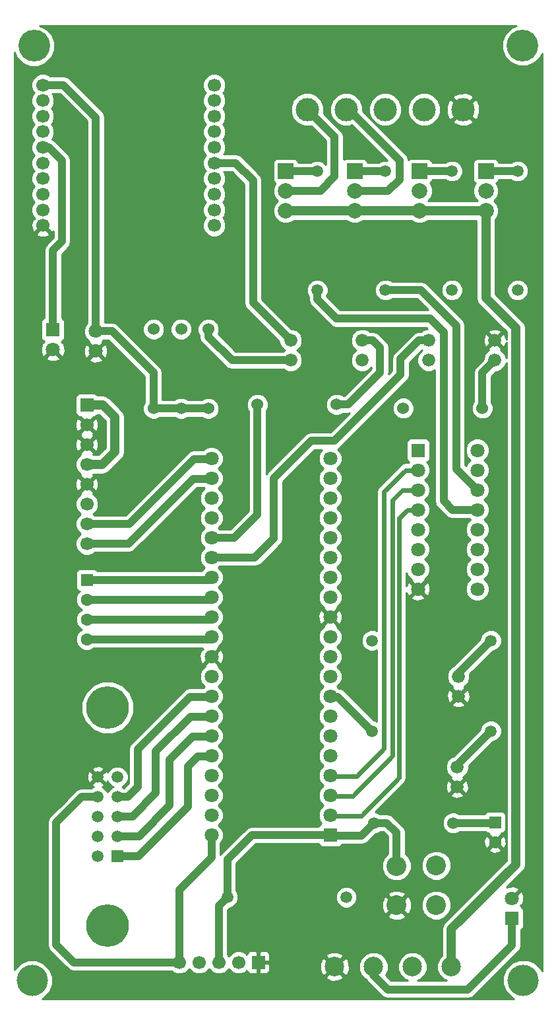
<source format=gbl>
G04 (created by PCBNEW (2013-07-07 BZR 4022)-stable) date 8/21/2014 1:45:18 PM*
%MOIN*%
G04 Gerber Fmt 3.4, Leading zero omitted, Abs format*
%FSLAX34Y34*%
G01*
G70*
G90*
G04 APERTURE LIST*
%ADD10C,0.00590551*%
%ADD11C,0.15748*%
%ADD12C,0.066*%
%ADD13R,0.0787402X0.0787402*%
%ADD14C,0.0787402*%
%ADD15R,0.0669291X0.0669291*%
%ADD16C,0.0669291*%
%ADD17C,0.0590551*%
%ADD18C,0.1*%
%ADD19R,0.0708661X0.0708661*%
%ADD20C,0.0708661*%
%ADD21C,0.11811*%
%ADD22R,0.0629921X0.0629921*%
%ADD23C,0.0629921*%
%ADD24C,0.215*%
%ADD25R,0.0590551X0.0590551*%
%ADD26C,0.06*%
%ADD27C,0.16*%
%ADD28C,0.0984252*%
%ADD29C,0.0393701*%
%ADD30C,0.023622*%
%ADD31C,0.0472441*%
%ADD32C,0.01*%
G04 APERTURE END LIST*
G54D10*
G54D11*
X40975Y-60500D03*
G54D12*
X62460Y-49726D03*
X62460Y-50726D03*
X62519Y-45149D03*
X62519Y-46149D03*
G54D13*
X53789Y-19659D03*
G54D14*
X53789Y-20659D03*
X53789Y-21659D03*
G54D13*
X60561Y-19659D03*
G54D14*
X60561Y-20659D03*
X60561Y-21659D03*
G54D13*
X63907Y-19659D03*
G54D14*
X63907Y-20659D03*
X63907Y-21659D03*
G54D13*
X57273Y-19659D03*
G54D14*
X57273Y-20659D03*
X57273Y-21659D03*
G54D15*
X52411Y-59589D03*
G54D16*
X51411Y-59589D03*
X50411Y-59589D03*
X49411Y-59589D03*
X48411Y-59589D03*
G54D17*
X55393Y-25657D03*
X55393Y-19657D03*
X58161Y-43346D03*
X64161Y-43346D03*
X58828Y-25657D03*
X58828Y-19657D03*
X58161Y-47913D03*
X64161Y-47913D03*
X62194Y-25657D03*
X62194Y-19657D03*
X65511Y-25657D03*
X65511Y-19657D03*
X50850Y-56300D03*
X56850Y-56300D03*
G54D18*
X59400Y-56700D03*
X61400Y-54700D03*
X59392Y-54714D03*
X61400Y-56700D03*
G54D19*
X60478Y-33744D03*
G54D20*
X60478Y-34744D03*
X60478Y-35744D03*
X60478Y-36744D03*
X60478Y-37744D03*
X60478Y-38744D03*
X60478Y-39744D03*
X60478Y-40744D03*
X63478Y-40744D03*
X63478Y-39744D03*
X63478Y-38744D03*
X63478Y-37744D03*
X63478Y-36744D03*
X63478Y-35744D03*
X63478Y-34744D03*
X63478Y-33744D03*
G54D21*
X54881Y-16550D03*
X56850Y-16550D03*
X58818Y-16550D03*
X60787Y-16550D03*
X62755Y-16550D03*
G54D22*
X64370Y-52511D03*
G54D23*
X64370Y-53511D03*
G54D24*
X44793Y-57724D03*
X44793Y-46724D03*
G54D25*
X45293Y-54224D03*
G54D17*
X44293Y-54224D03*
X45293Y-53224D03*
X44293Y-53224D03*
X45293Y-52224D03*
X44293Y-52224D03*
X45293Y-51224D03*
X44293Y-51224D03*
X45293Y-50224D03*
X44293Y-50224D03*
G54D22*
X43743Y-40289D03*
G54D23*
X43743Y-41289D03*
X43743Y-42289D03*
X43743Y-43289D03*
G54D11*
X65800Y-60484D03*
G54D15*
X43743Y-31460D03*
G54D16*
X43743Y-32460D03*
X43743Y-33460D03*
X43743Y-34460D03*
X43743Y-35460D03*
X43743Y-36460D03*
X43743Y-37460D03*
X43743Y-38460D03*
G54D26*
X58255Y-52549D03*
X62255Y-52549D03*
G54D16*
X50177Y-15314D03*
X50177Y-18464D03*
X50177Y-20038D03*
X50177Y-19251D03*
X50177Y-16889D03*
X50177Y-17676D03*
X50177Y-16101D03*
X50177Y-21613D03*
X50177Y-22401D03*
X50177Y-20826D03*
X41515Y-20826D03*
X41515Y-22401D03*
X41515Y-21613D03*
X41515Y-16101D03*
X41515Y-17676D03*
X41515Y-16889D03*
X41515Y-19251D03*
X41515Y-20038D03*
X41515Y-18464D03*
X41515Y-15314D03*
G54D26*
X49881Y-31635D03*
X49881Y-27635D03*
X59732Y-31624D03*
X63732Y-31624D03*
X48503Y-31635D03*
X48503Y-27635D03*
X47116Y-31635D03*
X47116Y-27635D03*
X52360Y-31437D03*
X56360Y-31437D03*
G54D12*
X54045Y-29200D03*
X54045Y-28200D03*
X61003Y-29200D03*
X61003Y-28200D03*
X57657Y-29200D03*
X57657Y-28200D03*
X64360Y-29200D03*
X64360Y-28200D03*
G54D20*
X44192Y-27738D03*
X44192Y-28738D03*
G54D27*
X65767Y-13316D03*
X41072Y-13336D03*
G54D19*
X42027Y-27659D03*
G54D20*
X42027Y-28659D03*
G54D19*
X65225Y-57350D03*
G54D20*
X65225Y-56350D03*
G54D19*
X56041Y-53161D03*
G54D20*
X56041Y-52161D03*
X56041Y-51161D03*
X56041Y-50161D03*
X56041Y-49161D03*
X56041Y-48161D03*
X56041Y-47161D03*
X56041Y-46161D03*
X56041Y-45161D03*
X56041Y-44161D03*
X56041Y-43161D03*
X56041Y-42161D03*
X56041Y-41161D03*
X56041Y-40161D03*
X56041Y-39161D03*
X56041Y-38161D03*
X56041Y-37161D03*
X56041Y-36161D03*
X56041Y-35161D03*
X56041Y-34161D03*
X50041Y-34161D03*
X50041Y-35161D03*
X50041Y-36161D03*
X50041Y-37161D03*
X50041Y-38161D03*
X50041Y-39161D03*
X50041Y-40161D03*
X50041Y-41161D03*
X50041Y-42161D03*
X50041Y-43161D03*
X50041Y-44161D03*
X50041Y-45161D03*
X50041Y-46161D03*
X50041Y-47161D03*
X50041Y-48161D03*
X50041Y-49161D03*
X50041Y-50161D03*
X50041Y-51161D03*
X50041Y-52161D03*
X50041Y-53161D03*
G54D28*
X62168Y-59800D03*
X58231Y-59800D03*
X60200Y-59800D03*
X56262Y-59800D03*
G54D29*
X48411Y-59589D02*
X48411Y-55938D01*
X50041Y-54308D02*
X50041Y-53161D01*
X48411Y-55938D02*
X50041Y-54308D01*
X48411Y-59589D02*
X43089Y-59589D01*
X43500Y-51224D02*
X44293Y-51224D01*
X42200Y-52525D02*
X43500Y-51224D01*
X42200Y-58700D02*
X42200Y-52525D01*
X43089Y-59589D02*
X42200Y-58700D01*
G54D30*
X56011Y-52181D02*
X57608Y-52181D01*
X59950Y-36744D02*
X60478Y-36744D01*
X59525Y-37169D02*
X59950Y-36744D01*
X59525Y-50263D02*
X59525Y-37169D01*
X57608Y-52181D02*
X59525Y-50263D01*
X56011Y-51181D02*
X57179Y-51181D01*
X59698Y-35744D02*
X60478Y-35744D01*
X59189Y-36253D02*
X59698Y-35744D01*
X59189Y-49170D02*
X59189Y-36253D01*
X57179Y-51181D02*
X59189Y-49170D01*
X56011Y-50181D02*
X57387Y-50181D01*
X59852Y-34744D02*
X60478Y-34744D01*
X58769Y-35826D02*
X59852Y-34744D01*
X58769Y-48799D02*
X58769Y-35826D01*
X57387Y-50181D02*
X58769Y-48799D01*
G54D29*
X45293Y-51224D02*
X45812Y-51224D01*
X48966Y-46181D02*
X50011Y-46181D01*
X46309Y-48838D02*
X48966Y-46181D01*
X46309Y-50728D02*
X46309Y-48838D01*
X45812Y-51224D02*
X46309Y-50728D01*
X45293Y-52224D02*
X46043Y-52224D01*
X48980Y-47181D02*
X50011Y-47181D01*
X47234Y-48927D02*
X48980Y-47181D01*
X47234Y-51033D02*
X47234Y-48927D01*
X46043Y-52224D02*
X47234Y-51033D01*
X45293Y-53224D02*
X46381Y-53224D01*
X49102Y-48181D02*
X50011Y-48181D01*
X47933Y-49350D02*
X49102Y-48181D01*
X47933Y-51673D02*
X47933Y-49350D01*
X46381Y-53224D02*
X47933Y-51673D01*
X45293Y-54224D02*
X46356Y-54224D01*
X49352Y-49181D02*
X50011Y-49181D01*
X48838Y-49694D02*
X49352Y-49181D01*
X48838Y-51742D02*
X48838Y-49694D01*
X46356Y-54224D02*
X48838Y-51742D01*
X56011Y-46181D02*
X56429Y-46181D01*
X56429Y-46181D02*
X58161Y-47913D01*
X59392Y-54714D02*
X59392Y-53042D01*
X58899Y-52549D02*
X58255Y-52549D01*
X59392Y-53042D02*
X58899Y-52549D01*
X50850Y-56300D02*
X50850Y-54400D01*
X52088Y-53161D02*
X56041Y-53161D01*
X50850Y-54400D02*
X52088Y-53161D01*
X50411Y-59589D02*
X50411Y-56738D01*
X50411Y-56738D02*
X50850Y-56300D01*
X56011Y-53181D02*
X57624Y-53181D01*
X57624Y-53181D02*
X58255Y-52549D01*
X50041Y-38161D02*
X51179Y-38161D01*
X52360Y-36980D02*
X52360Y-31437D01*
X51179Y-38161D02*
X52360Y-36980D01*
X63907Y-19659D02*
X65509Y-19659D01*
X65509Y-19659D02*
X65511Y-19657D01*
X60561Y-19659D02*
X62192Y-19659D01*
X62192Y-19659D02*
X62194Y-19657D01*
X57273Y-19659D02*
X58826Y-19659D01*
X58826Y-19659D02*
X58828Y-19657D01*
X53789Y-19659D02*
X55391Y-19659D01*
X55391Y-19659D02*
X55393Y-19657D01*
G54D31*
X43743Y-34460D02*
X44535Y-34460D01*
X44561Y-31460D02*
X43743Y-31460D01*
X45157Y-32057D02*
X44561Y-31460D01*
X45157Y-33838D02*
X45157Y-32057D01*
X44535Y-34460D02*
X45157Y-33838D01*
X63907Y-21659D02*
X63907Y-26057D01*
X62168Y-57906D02*
X62168Y-59800D01*
X65425Y-54650D02*
X62168Y-57906D01*
X65425Y-27575D02*
X65425Y-54650D01*
X63907Y-26057D02*
X65425Y-27575D01*
X60561Y-21659D02*
X63907Y-21659D01*
X57273Y-21659D02*
X60561Y-21659D01*
X53789Y-21659D02*
X57273Y-21659D01*
G54D29*
X58231Y-59800D02*
X58231Y-60231D01*
X65225Y-58725D02*
X65225Y-57350D01*
X63000Y-60950D02*
X65225Y-58725D01*
X58950Y-60950D02*
X63000Y-60950D01*
X58231Y-60231D02*
X58950Y-60950D01*
X48503Y-31635D02*
X49881Y-31635D01*
X47116Y-31635D02*
X48503Y-31635D01*
X44192Y-27738D02*
X45011Y-27738D01*
X47116Y-29842D02*
X47116Y-31635D01*
X45011Y-27738D02*
X47116Y-29842D01*
X41515Y-15314D02*
X42555Y-15314D01*
X44192Y-16952D02*
X44192Y-27738D01*
X42555Y-15314D02*
X44192Y-16952D01*
X56230Y-33267D02*
X56250Y-33267D01*
X56230Y-33267D02*
X55078Y-33267D01*
X55078Y-33267D02*
X53198Y-35147D01*
X53198Y-35147D02*
X53198Y-38188D01*
X53198Y-38188D02*
X52226Y-39161D01*
X50041Y-39161D02*
X52226Y-39161D01*
X60529Y-28200D02*
X61003Y-28200D01*
X59596Y-29133D02*
X60529Y-28200D01*
X59596Y-29921D02*
X59596Y-29133D01*
X56250Y-33267D02*
X59596Y-29921D01*
X56360Y-31437D02*
X56938Y-31437D01*
X58190Y-28200D02*
X57657Y-28200D01*
X58562Y-28572D02*
X58190Y-28200D01*
X58562Y-29812D02*
X58562Y-28572D01*
X56938Y-31437D02*
X58562Y-29812D01*
X43743Y-43289D02*
X49903Y-43289D01*
X49903Y-43289D02*
X50011Y-43181D01*
X43743Y-42289D02*
X49903Y-42289D01*
X49903Y-42289D02*
X50011Y-42181D01*
X43743Y-41289D02*
X49903Y-41289D01*
X49903Y-41289D02*
X50011Y-41181D01*
X43743Y-40289D02*
X49903Y-40289D01*
X49903Y-40289D02*
X50011Y-40181D01*
X43743Y-38460D02*
X45840Y-38460D01*
X49120Y-35181D02*
X50011Y-35181D01*
X45840Y-38460D02*
X49120Y-35181D01*
X53789Y-20659D02*
X55541Y-20659D01*
X56269Y-17937D02*
X54881Y-16550D01*
X56269Y-19931D02*
X56269Y-17937D01*
X55541Y-20659D02*
X56269Y-19931D01*
X63732Y-31624D02*
X63732Y-29828D01*
X63732Y-29828D02*
X64360Y-29200D01*
X64372Y-29212D02*
X64360Y-29200D01*
X42027Y-27659D02*
X42027Y-23665D01*
X41831Y-18464D02*
X41515Y-18464D01*
X42484Y-19118D02*
X41831Y-18464D01*
X42484Y-23208D02*
X42484Y-19118D01*
X42027Y-23665D02*
X42484Y-23208D01*
X57273Y-20659D02*
X58956Y-20659D01*
X56973Y-16550D02*
X56850Y-16550D01*
X59537Y-19114D02*
X56973Y-16550D01*
X59537Y-20078D02*
X59537Y-19114D01*
X58956Y-20659D02*
X59537Y-20078D01*
X62255Y-52549D02*
X64332Y-52549D01*
X64332Y-52549D02*
X64370Y-52511D01*
X49881Y-27635D02*
X49881Y-28011D01*
X51070Y-29200D02*
X54045Y-29200D01*
X49881Y-28011D02*
X51070Y-29200D01*
X50177Y-19251D02*
X51259Y-19251D01*
X52145Y-26301D02*
X54045Y-28200D01*
X52145Y-20137D02*
X52145Y-26301D01*
X51259Y-19251D02*
X52145Y-20137D01*
X55393Y-25657D02*
X55393Y-26131D01*
X62206Y-36744D02*
X63478Y-36744D01*
X61771Y-36309D02*
X62206Y-36744D01*
X61771Y-27805D02*
X61771Y-36309D01*
X61072Y-27106D02*
X61771Y-27805D01*
X56368Y-27106D02*
X61072Y-27106D01*
X55393Y-26131D02*
X56368Y-27106D01*
X62460Y-49726D02*
X62460Y-49614D01*
X62460Y-49614D02*
X64161Y-47913D01*
X62519Y-45149D02*
X62519Y-44988D01*
X62519Y-44988D02*
X64161Y-43346D01*
X58828Y-25657D02*
X60618Y-25657D01*
X62411Y-34677D02*
X63478Y-35744D01*
X62411Y-27450D02*
X62411Y-34677D01*
X60618Y-25657D02*
X62411Y-27450D01*
X43743Y-37460D02*
X45875Y-37460D01*
X49155Y-34181D02*
X50011Y-34181D01*
X45875Y-37460D02*
X49155Y-34181D01*
G54D10*
G36*
X66738Y-60038D02*
X66679Y-59897D01*
X66388Y-59605D01*
X66057Y-59468D01*
X66057Y-25549D01*
X66057Y-19549D01*
X65974Y-19349D01*
X65821Y-19195D01*
X65620Y-19112D01*
X65403Y-19112D01*
X65203Y-19194D01*
X65185Y-19212D01*
X64549Y-19212D01*
X64513Y-19124D01*
X64442Y-19053D01*
X64351Y-19015D01*
X64251Y-19015D01*
X63599Y-19015D01*
X63599Y-16701D01*
X63593Y-16366D01*
X63477Y-16087D01*
X63351Y-16024D01*
X63281Y-16095D01*
X63281Y-15953D01*
X63218Y-15828D01*
X62907Y-15706D01*
X62572Y-15712D01*
X62293Y-15828D01*
X62230Y-15953D01*
X62755Y-16479D01*
X63281Y-15953D01*
X63281Y-16095D01*
X62826Y-16550D01*
X63351Y-17075D01*
X63477Y-17012D01*
X63599Y-16701D01*
X63599Y-19015D01*
X63464Y-19015D01*
X63372Y-19053D01*
X63301Y-19123D01*
X63281Y-19173D01*
X63281Y-17146D01*
X62755Y-16620D01*
X62685Y-16691D01*
X62685Y-16550D01*
X62159Y-16024D01*
X62034Y-16087D01*
X61912Y-16398D01*
X61918Y-16733D01*
X62034Y-17012D01*
X62159Y-17075D01*
X62685Y-16550D01*
X62685Y-16691D01*
X62230Y-17146D01*
X62293Y-17271D01*
X62604Y-17393D01*
X62939Y-17387D01*
X63218Y-17271D01*
X63281Y-17146D01*
X63281Y-19173D01*
X63263Y-19215D01*
X63263Y-19315D01*
X63263Y-20102D01*
X63301Y-20194D01*
X63371Y-20264D01*
X63385Y-20270D01*
X63362Y-20294D01*
X63263Y-20530D01*
X63263Y-20786D01*
X63361Y-21023D01*
X63497Y-21159D01*
X63483Y-21173D01*
X60985Y-21173D01*
X60971Y-21159D01*
X61106Y-21024D01*
X61204Y-20788D01*
X61204Y-20531D01*
X61107Y-20295D01*
X61082Y-20270D01*
X61096Y-20265D01*
X61166Y-20194D01*
X61203Y-20106D01*
X61872Y-20106D01*
X61885Y-20119D01*
X62085Y-20202D01*
X62302Y-20202D01*
X62503Y-20120D01*
X62656Y-19966D01*
X62740Y-19766D01*
X62740Y-19549D01*
X62657Y-19349D01*
X62504Y-19195D01*
X62303Y-19112D01*
X62086Y-19112D01*
X61886Y-19194D01*
X61868Y-19212D01*
X61628Y-19212D01*
X61628Y-16383D01*
X61500Y-16074D01*
X61264Y-15837D01*
X60955Y-15709D01*
X60620Y-15709D01*
X60311Y-15837D01*
X60075Y-16073D01*
X59946Y-16382D01*
X59946Y-16716D01*
X60074Y-17025D01*
X60310Y-17262D01*
X60619Y-17390D01*
X60953Y-17390D01*
X61262Y-17263D01*
X61499Y-17026D01*
X61627Y-16717D01*
X61628Y-16383D01*
X61628Y-19212D01*
X61203Y-19212D01*
X61166Y-19124D01*
X61096Y-19053D01*
X61004Y-19015D01*
X60905Y-19015D01*
X60117Y-19015D01*
X60025Y-19053D01*
X59981Y-19098D01*
X59981Y-19098D01*
X59950Y-18943D01*
X59853Y-18798D01*
X59853Y-18798D01*
X59659Y-18604D01*
X59659Y-16383D01*
X59531Y-16074D01*
X59295Y-15837D01*
X58986Y-15709D01*
X58652Y-15709D01*
X58343Y-15837D01*
X58106Y-16073D01*
X57978Y-16382D01*
X57978Y-16716D01*
X58105Y-17025D01*
X58342Y-17262D01*
X58650Y-17390D01*
X58985Y-17390D01*
X59294Y-17263D01*
X59531Y-17026D01*
X59659Y-16717D01*
X59659Y-16383D01*
X59659Y-18604D01*
X57690Y-16635D01*
X57691Y-16383D01*
X57563Y-16074D01*
X57327Y-15837D01*
X57018Y-15709D01*
X56683Y-15709D01*
X56374Y-15837D01*
X56138Y-16073D01*
X56009Y-16382D01*
X56009Y-16716D01*
X56137Y-17025D01*
X56373Y-17262D01*
X56682Y-17390D01*
X57016Y-17390D01*
X57133Y-17342D01*
X58903Y-19112D01*
X58720Y-19112D01*
X58520Y-19194D01*
X58502Y-19212D01*
X57915Y-19212D01*
X57879Y-19124D01*
X57809Y-19053D01*
X57717Y-19015D01*
X57617Y-19015D01*
X56830Y-19015D01*
X56738Y-19053D01*
X56716Y-19075D01*
X56716Y-17937D01*
X56716Y-17937D01*
X56682Y-17766D01*
X56585Y-17621D01*
X56585Y-17621D01*
X55710Y-16746D01*
X55722Y-16717D01*
X55722Y-16383D01*
X55594Y-16074D01*
X55358Y-15837D01*
X55049Y-15709D01*
X54715Y-15709D01*
X54406Y-15837D01*
X54169Y-16073D01*
X54041Y-16382D01*
X54041Y-16716D01*
X54168Y-17025D01*
X54405Y-17262D01*
X54713Y-17390D01*
X55048Y-17390D01*
X55078Y-17378D01*
X55822Y-18122D01*
X55822Y-19315D01*
X55702Y-19195D01*
X55502Y-19112D01*
X55285Y-19112D01*
X55085Y-19194D01*
X55067Y-19212D01*
X54431Y-19212D01*
X54395Y-19124D01*
X54324Y-19053D01*
X54233Y-19015D01*
X54133Y-19015D01*
X53346Y-19015D01*
X53254Y-19053D01*
X53183Y-19123D01*
X53145Y-19215D01*
X53145Y-19315D01*
X53145Y-20102D01*
X53183Y-20194D01*
X53253Y-20264D01*
X53267Y-20270D01*
X53243Y-20294D01*
X53145Y-20530D01*
X53145Y-20786D01*
X53243Y-21023D01*
X53379Y-21159D01*
X53243Y-21294D01*
X53145Y-21530D01*
X53145Y-21786D01*
X53243Y-22023D01*
X53424Y-22204D01*
X53660Y-22303D01*
X53916Y-22303D01*
X54153Y-22205D01*
X54213Y-22145D01*
X56849Y-22145D01*
X56908Y-22204D01*
X57145Y-22303D01*
X57401Y-22303D01*
X57637Y-22205D01*
X57697Y-22145D01*
X60136Y-22145D01*
X60195Y-22204D01*
X60432Y-22303D01*
X60688Y-22303D01*
X60925Y-22205D01*
X60985Y-22145D01*
X63421Y-22145D01*
X63421Y-26057D01*
X63458Y-26243D01*
X63563Y-26401D01*
X64938Y-27776D01*
X64938Y-28155D01*
X64934Y-28059D01*
X64866Y-27894D01*
X64767Y-27863D01*
X64697Y-27934D01*
X64697Y-27793D01*
X64666Y-27694D01*
X64449Y-27616D01*
X64218Y-27626D01*
X64054Y-27694D01*
X64023Y-27793D01*
X64360Y-28130D01*
X64697Y-27793D01*
X64697Y-27934D01*
X64430Y-28200D01*
X64767Y-28537D01*
X64866Y-28506D01*
X64938Y-28306D01*
X64938Y-29082D01*
X64852Y-28872D01*
X64689Y-28709D01*
X64668Y-28700D01*
X64697Y-28608D01*
X64360Y-28271D01*
X64289Y-28342D01*
X64289Y-28200D01*
X63952Y-27863D01*
X63854Y-27894D01*
X63775Y-28111D01*
X63786Y-28342D01*
X63854Y-28506D01*
X63952Y-28537D01*
X64289Y-28200D01*
X64289Y-28342D01*
X64023Y-28608D01*
X64052Y-28700D01*
X64032Y-28708D01*
X63868Y-28871D01*
X63780Y-29084D01*
X63780Y-29148D01*
X63416Y-29512D01*
X63319Y-29657D01*
X63285Y-29828D01*
X63285Y-31292D01*
X63266Y-31312D01*
X63182Y-31514D01*
X63182Y-31732D01*
X63265Y-31935D01*
X63420Y-32090D01*
X63622Y-32173D01*
X63841Y-32174D01*
X64043Y-32090D01*
X64198Y-31935D01*
X64282Y-31733D01*
X64282Y-31515D01*
X64198Y-31312D01*
X64179Y-31293D01*
X64179Y-30013D01*
X64412Y-29780D01*
X64475Y-29780D01*
X64688Y-29692D01*
X64851Y-29529D01*
X64938Y-29319D01*
X64938Y-53576D01*
X64935Y-53499D01*
X64935Y-52777D01*
X64935Y-52147D01*
X64897Y-52055D01*
X64826Y-51985D01*
X64734Y-51946D01*
X64706Y-51946D01*
X64706Y-47805D01*
X64706Y-43238D01*
X64623Y-43037D01*
X64470Y-42884D01*
X64270Y-42801D01*
X64082Y-42801D01*
X64082Y-40624D01*
X63990Y-40402D01*
X63832Y-40243D01*
X63990Y-40086D01*
X64082Y-39864D01*
X64082Y-39624D01*
X63990Y-39402D01*
X63832Y-39243D01*
X63990Y-39086D01*
X64082Y-38864D01*
X64082Y-38624D01*
X63990Y-38402D01*
X63832Y-38243D01*
X63990Y-38086D01*
X64082Y-37864D01*
X64082Y-37624D01*
X63990Y-37402D01*
X63832Y-37243D01*
X63990Y-37086D01*
X64082Y-36864D01*
X64082Y-36624D01*
X63990Y-36402D01*
X63832Y-36243D01*
X63990Y-36086D01*
X64082Y-35864D01*
X64082Y-35624D01*
X63990Y-35402D01*
X63832Y-35243D01*
X63990Y-35086D01*
X64082Y-34864D01*
X64082Y-34624D01*
X63990Y-34402D01*
X63832Y-34243D01*
X63990Y-34086D01*
X64082Y-33864D01*
X64082Y-33624D01*
X63990Y-33402D01*
X63821Y-33232D01*
X63599Y-33139D01*
X63358Y-33139D01*
X63136Y-33231D01*
X62966Y-33401D01*
X62874Y-33623D01*
X62873Y-33863D01*
X62965Y-34085D01*
X63123Y-34244D01*
X62966Y-34401D01*
X62907Y-34541D01*
X62858Y-34492D01*
X62858Y-27450D01*
X62858Y-27450D01*
X62824Y-27279D01*
X62740Y-27154D01*
X62740Y-25549D01*
X62657Y-25349D01*
X62504Y-25195D01*
X62303Y-25112D01*
X62086Y-25112D01*
X61886Y-25194D01*
X61732Y-25348D01*
X61649Y-25548D01*
X61649Y-25765D01*
X61732Y-25965D01*
X61885Y-26119D01*
X62085Y-26202D01*
X62302Y-26202D01*
X62503Y-26120D01*
X62656Y-25966D01*
X62740Y-25766D01*
X62740Y-25549D01*
X62740Y-27154D01*
X62727Y-27134D01*
X62727Y-27134D01*
X60934Y-25341D01*
X60789Y-25244D01*
X60618Y-25210D01*
X59153Y-25210D01*
X59138Y-25195D01*
X58937Y-25112D01*
X58720Y-25112D01*
X58520Y-25194D01*
X58366Y-25348D01*
X58283Y-25548D01*
X58283Y-25765D01*
X58366Y-25965D01*
X58519Y-26119D01*
X58719Y-26202D01*
X58936Y-26202D01*
X59137Y-26120D01*
X59152Y-26104D01*
X60433Y-26104D01*
X60988Y-26659D01*
X56553Y-26659D01*
X55857Y-25963D01*
X55938Y-25766D01*
X55939Y-25549D01*
X55856Y-25349D01*
X55702Y-25195D01*
X55502Y-25112D01*
X55285Y-25112D01*
X55085Y-25194D01*
X54931Y-25348D01*
X54848Y-25548D01*
X54848Y-25765D01*
X54931Y-25965D01*
X54946Y-25981D01*
X54946Y-26131D01*
X54980Y-26302D01*
X55077Y-26447D01*
X56052Y-27422D01*
X56052Y-27422D01*
X56197Y-27519D01*
X56368Y-27553D01*
X60887Y-27553D01*
X60955Y-27620D01*
X60889Y-27620D01*
X60675Y-27708D01*
X60630Y-27753D01*
X60529Y-27753D01*
X60358Y-27787D01*
X60213Y-27884D01*
X59280Y-28817D01*
X59183Y-28962D01*
X59149Y-29133D01*
X59149Y-29736D01*
X58994Y-29891D01*
X59009Y-29812D01*
X59009Y-29812D01*
X59009Y-28572D01*
X59009Y-28572D01*
X58975Y-28401D01*
X58878Y-28256D01*
X58878Y-28256D01*
X58506Y-27884D01*
X58361Y-27787D01*
X58190Y-27753D01*
X58030Y-27753D01*
X57986Y-27709D01*
X57773Y-27620D01*
X57542Y-27620D01*
X57329Y-27708D01*
X57166Y-27871D01*
X57077Y-28084D01*
X57077Y-28315D01*
X57165Y-28528D01*
X57328Y-28692D01*
X57348Y-28700D01*
X57329Y-28708D01*
X57166Y-28871D01*
X57077Y-29084D01*
X57077Y-29315D01*
X57165Y-29528D01*
X57328Y-29692D01*
X57541Y-29780D01*
X57772Y-29780D01*
X57985Y-29692D01*
X58116Y-29562D01*
X58116Y-29627D01*
X56753Y-30990D01*
X56691Y-30990D01*
X56672Y-30971D01*
X56470Y-30887D01*
X56251Y-30886D01*
X56049Y-30970D01*
X55894Y-31125D01*
X55810Y-31327D01*
X55810Y-31545D01*
X55893Y-31748D01*
X56048Y-31903D01*
X56250Y-31986D01*
X56469Y-31987D01*
X56671Y-31903D01*
X56691Y-31883D01*
X56938Y-31883D01*
X57017Y-31868D01*
X56064Y-32820D01*
X55078Y-32820D01*
X54907Y-32854D01*
X54762Y-32951D01*
X54625Y-33089D01*
X54625Y-29085D01*
X54537Y-28872D01*
X54374Y-28709D01*
X54353Y-28700D01*
X54373Y-28692D01*
X54536Y-28529D01*
X54625Y-28316D01*
X54625Y-28085D01*
X54537Y-27872D01*
X54374Y-27709D01*
X54161Y-27620D01*
X54097Y-27620D01*
X52592Y-26116D01*
X52592Y-20137D01*
X52592Y-20137D01*
X52558Y-19966D01*
X52461Y-19821D01*
X52461Y-19821D01*
X51575Y-18935D01*
X51430Y-18839D01*
X51259Y-18805D01*
X50664Y-18805D01*
X50672Y-18796D01*
X50762Y-18581D01*
X50762Y-18349D01*
X50673Y-18134D01*
X50610Y-18070D01*
X50672Y-18008D01*
X50762Y-17793D01*
X50762Y-17561D01*
X50673Y-17346D01*
X50610Y-17283D01*
X50672Y-17221D01*
X50762Y-17006D01*
X50762Y-16774D01*
X50673Y-16559D01*
X50610Y-16495D01*
X50672Y-16433D01*
X50762Y-16218D01*
X50762Y-15986D01*
X50673Y-15771D01*
X50610Y-15708D01*
X50672Y-15646D01*
X50762Y-15431D01*
X50762Y-15199D01*
X50673Y-14984D01*
X50509Y-14819D01*
X50294Y-14730D01*
X50061Y-14730D01*
X49846Y-14819D01*
X49682Y-14983D01*
X49592Y-15198D01*
X49592Y-15430D01*
X49681Y-15645D01*
X49744Y-15708D01*
X49682Y-15770D01*
X49592Y-15985D01*
X49592Y-16217D01*
X49681Y-16432D01*
X49744Y-16495D01*
X49682Y-16558D01*
X49592Y-16773D01*
X49592Y-17005D01*
X49681Y-17220D01*
X49744Y-17283D01*
X49682Y-17345D01*
X49592Y-17560D01*
X49592Y-17792D01*
X49681Y-18007D01*
X49744Y-18070D01*
X49682Y-18133D01*
X49592Y-18348D01*
X49592Y-18580D01*
X49681Y-18795D01*
X49744Y-18858D01*
X49682Y-18920D01*
X49592Y-19135D01*
X49592Y-19367D01*
X49681Y-19582D01*
X49744Y-19645D01*
X49682Y-19707D01*
X49592Y-19922D01*
X49592Y-20154D01*
X49681Y-20369D01*
X49744Y-20432D01*
X49682Y-20495D01*
X49592Y-20710D01*
X49592Y-20942D01*
X49681Y-21157D01*
X49744Y-21220D01*
X49682Y-21282D01*
X49592Y-21497D01*
X49592Y-21729D01*
X49681Y-21944D01*
X49744Y-22007D01*
X49682Y-22070D01*
X49592Y-22285D01*
X49592Y-22517D01*
X49681Y-22732D01*
X49845Y-22897D01*
X50060Y-22986D01*
X50293Y-22986D01*
X50508Y-22897D01*
X50672Y-22733D01*
X50762Y-22518D01*
X50762Y-22286D01*
X50673Y-22071D01*
X50610Y-22007D01*
X50672Y-21945D01*
X50762Y-21730D01*
X50762Y-21498D01*
X50673Y-21283D01*
X50610Y-21220D01*
X50672Y-21158D01*
X50762Y-20943D01*
X50762Y-20711D01*
X50673Y-20496D01*
X50610Y-20432D01*
X50672Y-20370D01*
X50762Y-20155D01*
X50762Y-19923D01*
X50673Y-19708D01*
X50663Y-19698D01*
X51074Y-19698D01*
X51698Y-20322D01*
X51698Y-26301D01*
X51732Y-26472D01*
X51829Y-26617D01*
X53465Y-28252D01*
X53465Y-28315D01*
X53553Y-28528D01*
X53716Y-28692D01*
X53736Y-28700D01*
X53717Y-28708D01*
X53671Y-28753D01*
X51255Y-28753D01*
X50377Y-27875D01*
X50431Y-27745D01*
X50431Y-27526D01*
X50348Y-27324D01*
X50193Y-27169D01*
X49991Y-27085D01*
X49772Y-27085D01*
X49570Y-27169D01*
X49415Y-27323D01*
X49331Y-27525D01*
X49331Y-27744D01*
X49415Y-27946D01*
X49435Y-27966D01*
X49435Y-28011D01*
X49469Y-28182D01*
X49565Y-28327D01*
X50754Y-29516D01*
X50754Y-29516D01*
X50899Y-29613D01*
X51070Y-29647D01*
X51070Y-29647D01*
X53671Y-29647D01*
X53716Y-29692D01*
X53929Y-29780D01*
X54160Y-29780D01*
X54373Y-29692D01*
X54536Y-29529D01*
X54625Y-29316D01*
X54625Y-29085D01*
X54625Y-33089D01*
X52882Y-34831D01*
X52807Y-34945D01*
X52807Y-31768D01*
X52826Y-31748D01*
X52910Y-31546D01*
X52910Y-31328D01*
X52826Y-31125D01*
X52672Y-30971D01*
X52470Y-30887D01*
X52251Y-30886D01*
X52049Y-30970D01*
X51894Y-31125D01*
X51810Y-31327D01*
X51810Y-31545D01*
X51893Y-31748D01*
X51913Y-31767D01*
X51913Y-36795D01*
X50994Y-37714D01*
X50449Y-37714D01*
X50395Y-37661D01*
X50553Y-37504D01*
X50645Y-37282D01*
X50645Y-37041D01*
X50553Y-36819D01*
X50395Y-36661D01*
X50553Y-36504D01*
X50645Y-36282D01*
X50645Y-36041D01*
X50553Y-35819D01*
X50395Y-35661D01*
X50553Y-35504D01*
X50645Y-35282D01*
X50645Y-35041D01*
X50553Y-34819D01*
X50395Y-34661D01*
X50553Y-34504D01*
X50645Y-34282D01*
X50645Y-34041D01*
X50553Y-33819D01*
X50431Y-33697D01*
X50431Y-31526D01*
X50348Y-31324D01*
X50193Y-31169D01*
X49991Y-31085D01*
X49772Y-31085D01*
X49570Y-31169D01*
X49551Y-31188D01*
X49054Y-31188D01*
X49054Y-27526D01*
X48970Y-27324D01*
X48815Y-27169D01*
X48613Y-27085D01*
X48395Y-27085D01*
X48192Y-27169D01*
X48037Y-27323D01*
X47954Y-27525D01*
X47953Y-27744D01*
X48037Y-27946D01*
X48191Y-28101D01*
X48394Y-28185D01*
X48612Y-28185D01*
X48815Y-28102D01*
X48969Y-27947D01*
X49053Y-27745D01*
X49054Y-27526D01*
X49054Y-31188D01*
X48835Y-31188D01*
X48815Y-31169D01*
X48613Y-31085D01*
X48395Y-31085D01*
X48192Y-31169D01*
X48173Y-31188D01*
X47666Y-31188D01*
X47666Y-27526D01*
X47582Y-27324D01*
X47428Y-27169D01*
X47226Y-27085D01*
X47007Y-27085D01*
X46804Y-27169D01*
X46650Y-27323D01*
X46566Y-27525D01*
X46566Y-27744D01*
X46649Y-27946D01*
X46804Y-28101D01*
X47006Y-28185D01*
X47225Y-28185D01*
X47427Y-28102D01*
X47582Y-27947D01*
X47666Y-27745D01*
X47666Y-27526D01*
X47666Y-31188D01*
X47562Y-31188D01*
X47562Y-29842D01*
X47528Y-29671D01*
X47432Y-29526D01*
X47432Y-29526D01*
X45327Y-27422D01*
X45182Y-27325D01*
X45011Y-27291D01*
X44639Y-27291D01*
X44639Y-16952D01*
X44605Y-16781D01*
X44508Y-16636D01*
X42871Y-14998D01*
X42726Y-14902D01*
X42555Y-14868D01*
X41895Y-14868D01*
X41847Y-14819D01*
X41632Y-14730D01*
X41399Y-14730D01*
X41184Y-14819D01*
X41020Y-14983D01*
X40930Y-15198D01*
X40930Y-15430D01*
X41019Y-15645D01*
X41082Y-15708D01*
X41020Y-15770D01*
X40930Y-15985D01*
X40930Y-16217D01*
X41019Y-16432D01*
X41082Y-16495D01*
X41020Y-16558D01*
X40930Y-16773D01*
X40930Y-17005D01*
X41019Y-17220D01*
X41082Y-17283D01*
X41020Y-17345D01*
X40930Y-17560D01*
X40930Y-17792D01*
X41019Y-18007D01*
X41082Y-18070D01*
X41020Y-18133D01*
X40930Y-18348D01*
X40930Y-18580D01*
X41019Y-18795D01*
X41082Y-18858D01*
X41020Y-18920D01*
X40930Y-19135D01*
X40930Y-19367D01*
X41019Y-19582D01*
X41082Y-19645D01*
X41020Y-19707D01*
X40930Y-19922D01*
X40930Y-20154D01*
X41019Y-20369D01*
X41082Y-20432D01*
X41020Y-20495D01*
X40930Y-20710D01*
X40930Y-20942D01*
X41019Y-21157D01*
X41082Y-21220D01*
X41020Y-21282D01*
X40930Y-21497D01*
X40930Y-21729D01*
X41019Y-21944D01*
X41075Y-22000D01*
X41059Y-22016D01*
X41104Y-22061D01*
X41005Y-22093D01*
X40926Y-22311D01*
X40936Y-22544D01*
X41005Y-22710D01*
X41104Y-22742D01*
X41444Y-22401D01*
X41439Y-22396D01*
X41509Y-22325D01*
X41515Y-22331D01*
X41521Y-22325D01*
X41591Y-22396D01*
X41586Y-22401D01*
X41926Y-22742D01*
X42025Y-22710D01*
X42037Y-22677D01*
X42037Y-23023D01*
X41855Y-23205D01*
X41855Y-22812D01*
X41515Y-22472D01*
X41444Y-22543D01*
X41175Y-22812D01*
X41206Y-22911D01*
X41425Y-22991D01*
X41657Y-22980D01*
X41824Y-22911D01*
X41855Y-22812D01*
X41855Y-23205D01*
X41711Y-23349D01*
X41614Y-23494D01*
X41580Y-23665D01*
X41580Y-27072D01*
X41531Y-27093D01*
X41461Y-27163D01*
X41423Y-27255D01*
X41423Y-27354D01*
X41423Y-28063D01*
X41461Y-28155D01*
X41531Y-28225D01*
X41573Y-28243D01*
X41557Y-28259D01*
X41602Y-28304D01*
X41501Y-28338D01*
X41418Y-28564D01*
X41428Y-28804D01*
X41501Y-28979D01*
X41602Y-29013D01*
X41956Y-28659D01*
X41951Y-28653D01*
X42021Y-28583D01*
X42027Y-28588D01*
X42033Y-28583D01*
X42103Y-28653D01*
X42098Y-28659D01*
X42452Y-29013D01*
X42553Y-28979D01*
X42636Y-28754D01*
X42626Y-28513D01*
X42553Y-28338D01*
X42452Y-28304D01*
X42497Y-28259D01*
X42481Y-28243D01*
X42523Y-28225D01*
X42593Y-28155D01*
X42631Y-28063D01*
X42631Y-27964D01*
X42631Y-27255D01*
X42593Y-27163D01*
X42523Y-27093D01*
X42474Y-27072D01*
X42474Y-23850D01*
X42800Y-23524D01*
X42800Y-23524D01*
X42897Y-23379D01*
X42931Y-23208D01*
X42931Y-23208D01*
X42931Y-19118D01*
X42897Y-18947D01*
X42800Y-18802D01*
X42147Y-18148D01*
X42002Y-18052D01*
X41972Y-18046D01*
X42010Y-18008D01*
X42100Y-17793D01*
X42100Y-17561D01*
X42011Y-17346D01*
X41948Y-17283D01*
X42010Y-17221D01*
X42100Y-17006D01*
X42100Y-16774D01*
X42011Y-16559D01*
X41948Y-16495D01*
X42010Y-16433D01*
X42100Y-16218D01*
X42100Y-15986D01*
X42011Y-15771D01*
X42001Y-15761D01*
X42370Y-15761D01*
X43746Y-17137D01*
X43746Y-27330D01*
X43680Y-27395D01*
X43588Y-27617D01*
X43588Y-27857D01*
X43680Y-28080D01*
X43850Y-28250D01*
X43858Y-28253D01*
X43838Y-28312D01*
X44192Y-28667D01*
X44547Y-28312D01*
X44527Y-28253D01*
X44534Y-28250D01*
X44600Y-28185D01*
X44826Y-28185D01*
X46669Y-30027D01*
X46669Y-31304D01*
X46650Y-31323D01*
X46566Y-31525D01*
X46566Y-31744D01*
X46649Y-31946D01*
X46804Y-32101D01*
X47006Y-32185D01*
X47225Y-32185D01*
X47427Y-32102D01*
X47447Y-32082D01*
X48172Y-32082D01*
X48191Y-32101D01*
X48394Y-32185D01*
X48612Y-32185D01*
X48815Y-32102D01*
X48834Y-32082D01*
X49550Y-32082D01*
X49569Y-32101D01*
X49772Y-32185D01*
X49990Y-32185D01*
X50193Y-32102D01*
X50347Y-31947D01*
X50431Y-31745D01*
X50431Y-31526D01*
X50431Y-33697D01*
X50384Y-33649D01*
X50162Y-33557D01*
X49921Y-33556D01*
X49699Y-33648D01*
X49613Y-33734D01*
X49155Y-33734D01*
X48984Y-33768D01*
X48839Y-33865D01*
X45690Y-37013D01*
X45643Y-37013D01*
X45643Y-33838D01*
X45643Y-32057D01*
X45606Y-31871D01*
X45501Y-31713D01*
X45501Y-31713D01*
X44904Y-31116D01*
X44801Y-31047D01*
X44801Y-28832D01*
X44791Y-28592D01*
X44719Y-28417D01*
X44618Y-28383D01*
X44263Y-28738D01*
X44618Y-29092D01*
X44719Y-29058D01*
X44801Y-28832D01*
X44801Y-31047D01*
X44747Y-31011D01*
X44561Y-30974D01*
X44547Y-30974D01*
X44547Y-29163D01*
X44192Y-28808D01*
X44122Y-28879D01*
X44122Y-28738D01*
X43767Y-28383D01*
X43666Y-28417D01*
X43584Y-28643D01*
X43594Y-28883D01*
X43666Y-29058D01*
X43767Y-29092D01*
X44122Y-28738D01*
X44122Y-28879D01*
X43838Y-29163D01*
X43872Y-29264D01*
X44098Y-29347D01*
X44338Y-29336D01*
X44513Y-29264D01*
X44547Y-29163D01*
X44547Y-30974D01*
X44279Y-30974D01*
X44219Y-30914D01*
X44127Y-30876D01*
X44028Y-30875D01*
X43359Y-30875D01*
X43267Y-30913D01*
X43196Y-30984D01*
X43158Y-31076D01*
X43158Y-31175D01*
X43158Y-31844D01*
X43196Y-31936D01*
X43266Y-32007D01*
X43358Y-32045D01*
X43404Y-32045D01*
X43403Y-32049D01*
X43743Y-32389D01*
X44083Y-32049D01*
X44082Y-32045D01*
X44127Y-32045D01*
X44219Y-32007D01*
X44279Y-31946D01*
X44359Y-31946D01*
X44671Y-32258D01*
X44671Y-33637D01*
X44334Y-33974D01*
X44332Y-33974D01*
X44332Y-33550D01*
X44332Y-32550D01*
X44322Y-32318D01*
X44253Y-32151D01*
X44154Y-32120D01*
X43814Y-32460D01*
X44154Y-32800D01*
X44253Y-32769D01*
X44332Y-32550D01*
X44332Y-33550D01*
X44322Y-33318D01*
X44253Y-33151D01*
X44154Y-33120D01*
X44083Y-33191D01*
X44083Y-33049D01*
X44055Y-32960D01*
X44083Y-32871D01*
X43743Y-32531D01*
X43672Y-32602D01*
X43672Y-32460D01*
X43332Y-32120D01*
X43233Y-32151D01*
X43154Y-32370D01*
X43164Y-32602D01*
X43233Y-32769D01*
X43332Y-32800D01*
X43672Y-32460D01*
X43672Y-32602D01*
X43403Y-32871D01*
X43431Y-32960D01*
X43403Y-33049D01*
X43743Y-33389D01*
X44083Y-33049D01*
X44083Y-33191D01*
X43814Y-33460D01*
X44154Y-33800D01*
X44253Y-33769D01*
X44332Y-33550D01*
X44332Y-33974D01*
X44084Y-33974D01*
X44074Y-33965D01*
X44056Y-33957D01*
X44083Y-33871D01*
X43743Y-33531D01*
X43672Y-33602D01*
X43672Y-33460D01*
X43332Y-33120D01*
X43233Y-33151D01*
X43154Y-33370D01*
X43164Y-33602D01*
X43233Y-33769D01*
X43332Y-33800D01*
X43672Y-33460D01*
X43672Y-33602D01*
X43403Y-33871D01*
X43430Y-33957D01*
X43412Y-33964D01*
X43247Y-34129D01*
X43158Y-34343D01*
X43158Y-34576D01*
X43247Y-34791D01*
X43411Y-34955D01*
X43430Y-34963D01*
X43403Y-35049D01*
X43743Y-35389D01*
X44083Y-35049D01*
X44056Y-34963D01*
X44074Y-34956D01*
X44083Y-34946D01*
X44535Y-34946D01*
X44721Y-34909D01*
X44879Y-34804D01*
X45501Y-34182D01*
X45606Y-34024D01*
X45643Y-33838D01*
X45643Y-37013D01*
X44332Y-37013D01*
X44332Y-35550D01*
X44322Y-35318D01*
X44253Y-35151D01*
X44154Y-35120D01*
X43814Y-35460D01*
X44154Y-35800D01*
X44253Y-35769D01*
X44332Y-35550D01*
X44332Y-37013D01*
X44123Y-37013D01*
X44074Y-36965D01*
X44063Y-36960D01*
X44074Y-36956D01*
X44238Y-36792D01*
X44327Y-36577D01*
X44328Y-36344D01*
X44239Y-36129D01*
X44074Y-35965D01*
X44056Y-35957D01*
X44083Y-35871D01*
X43743Y-35531D01*
X43672Y-35602D01*
X43672Y-35460D01*
X43332Y-35120D01*
X43233Y-35151D01*
X43154Y-35370D01*
X43164Y-35602D01*
X43233Y-35769D01*
X43332Y-35800D01*
X43672Y-35460D01*
X43672Y-35602D01*
X43403Y-35871D01*
X43430Y-35957D01*
X43412Y-35964D01*
X43247Y-36129D01*
X43158Y-36343D01*
X43158Y-36576D01*
X43247Y-36791D01*
X43411Y-36955D01*
X43422Y-36960D01*
X43412Y-36964D01*
X43247Y-37129D01*
X43158Y-37343D01*
X43158Y-37576D01*
X43247Y-37791D01*
X43411Y-37955D01*
X43422Y-37960D01*
X43412Y-37964D01*
X43247Y-38129D01*
X43158Y-38343D01*
X43158Y-38576D01*
X43247Y-38791D01*
X43411Y-38955D01*
X43626Y-39045D01*
X43859Y-39045D01*
X44074Y-38956D01*
X44123Y-38907D01*
X45840Y-38907D01*
X46011Y-38873D01*
X46011Y-38873D01*
X46156Y-38776D01*
X49305Y-35627D01*
X49653Y-35627D01*
X49686Y-35661D01*
X49529Y-35818D01*
X49437Y-36040D01*
X49436Y-36281D01*
X49528Y-36503D01*
X49686Y-36661D01*
X49529Y-36818D01*
X49437Y-37040D01*
X49436Y-37281D01*
X49528Y-37503D01*
X49686Y-37661D01*
X49529Y-37818D01*
X49437Y-38040D01*
X49436Y-38281D01*
X49528Y-38503D01*
X49686Y-38661D01*
X49529Y-38818D01*
X49437Y-39040D01*
X49436Y-39281D01*
X49528Y-39503D01*
X49686Y-39661D01*
X49529Y-39818D01*
X49519Y-39842D01*
X44274Y-39842D01*
X44270Y-39832D01*
X44200Y-39762D01*
X44108Y-39724D01*
X44008Y-39724D01*
X43378Y-39724D01*
X43286Y-39762D01*
X43216Y-39832D01*
X43178Y-39924D01*
X43178Y-40023D01*
X43178Y-40653D01*
X43216Y-40745D01*
X43286Y-40816D01*
X43378Y-40854D01*
X43379Y-40854D01*
X43264Y-40968D01*
X43178Y-41176D01*
X43178Y-41401D01*
X43264Y-41608D01*
X43422Y-41768D01*
X43474Y-41789D01*
X43423Y-41810D01*
X43264Y-41968D01*
X43178Y-42176D01*
X43178Y-42401D01*
X43264Y-42608D01*
X43422Y-42768D01*
X43474Y-42789D01*
X43423Y-42810D01*
X43264Y-42968D01*
X43178Y-43176D01*
X43178Y-43401D01*
X43264Y-43608D01*
X43422Y-43768D01*
X43630Y-43854D01*
X43855Y-43854D01*
X44062Y-43768D01*
X44095Y-43736D01*
X49596Y-43736D01*
X49570Y-43761D01*
X49616Y-43806D01*
X49515Y-43840D01*
X49432Y-44066D01*
X49442Y-44306D01*
X49515Y-44481D01*
X49616Y-44515D01*
X49970Y-44161D01*
X49965Y-44155D01*
X50035Y-44085D01*
X50041Y-44090D01*
X50395Y-43736D01*
X50375Y-43677D01*
X50383Y-43674D01*
X50553Y-43504D01*
X50645Y-43282D01*
X50645Y-43041D01*
X50553Y-42819D01*
X50395Y-42661D01*
X50553Y-42504D01*
X50645Y-42282D01*
X50645Y-42041D01*
X50553Y-41819D01*
X50395Y-41661D01*
X50553Y-41504D01*
X50645Y-41282D01*
X50645Y-41041D01*
X50553Y-40819D01*
X50395Y-40661D01*
X50553Y-40504D01*
X50645Y-40282D01*
X50645Y-40041D01*
X50553Y-39819D01*
X50395Y-39661D01*
X50449Y-39608D01*
X52226Y-39608D01*
X52397Y-39574D01*
X52397Y-39574D01*
X52542Y-39477D01*
X53514Y-38504D01*
X53514Y-38504D01*
X53611Y-38359D01*
X53645Y-38188D01*
X53645Y-38188D01*
X53645Y-35332D01*
X55263Y-33714D01*
X55633Y-33714D01*
X55529Y-33818D01*
X55437Y-34040D01*
X55436Y-34281D01*
X55528Y-34503D01*
X55686Y-34661D01*
X55529Y-34818D01*
X55437Y-35040D01*
X55436Y-35281D01*
X55528Y-35503D01*
X55686Y-35661D01*
X55529Y-35818D01*
X55437Y-36040D01*
X55436Y-36281D01*
X55528Y-36503D01*
X55686Y-36661D01*
X55529Y-36818D01*
X55437Y-37040D01*
X55436Y-37281D01*
X55528Y-37503D01*
X55686Y-37661D01*
X55529Y-37818D01*
X55437Y-38040D01*
X55436Y-38281D01*
X55528Y-38503D01*
X55686Y-38661D01*
X55529Y-38818D01*
X55437Y-39040D01*
X55436Y-39281D01*
X55528Y-39503D01*
X55686Y-39661D01*
X55529Y-39818D01*
X55437Y-40040D01*
X55436Y-40281D01*
X55528Y-40503D01*
X55686Y-40661D01*
X55529Y-40818D01*
X55437Y-41040D01*
X55436Y-41281D01*
X55528Y-41503D01*
X55698Y-41673D01*
X55706Y-41676D01*
X55686Y-41736D01*
X56041Y-42090D01*
X56395Y-41736D01*
X56375Y-41677D01*
X56383Y-41674D01*
X56553Y-41504D01*
X56645Y-41282D01*
X56645Y-41041D01*
X56553Y-40819D01*
X56395Y-40661D01*
X56553Y-40504D01*
X56645Y-40282D01*
X56645Y-40041D01*
X56553Y-39819D01*
X56395Y-39661D01*
X56553Y-39504D01*
X56645Y-39282D01*
X56645Y-39041D01*
X56553Y-38819D01*
X56395Y-38661D01*
X56553Y-38504D01*
X56645Y-38282D01*
X56645Y-38041D01*
X56553Y-37819D01*
X56395Y-37661D01*
X56553Y-37504D01*
X56645Y-37282D01*
X56645Y-37041D01*
X56553Y-36819D01*
X56395Y-36661D01*
X56553Y-36504D01*
X56645Y-36282D01*
X56645Y-36041D01*
X56553Y-35819D01*
X56395Y-35661D01*
X56553Y-35504D01*
X56645Y-35282D01*
X56645Y-35041D01*
X56553Y-34819D01*
X56395Y-34661D01*
X56553Y-34504D01*
X56645Y-34282D01*
X56645Y-34041D01*
X56553Y-33819D01*
X56416Y-33681D01*
X56421Y-33680D01*
X56421Y-33680D01*
X56565Y-33583D01*
X59912Y-30237D01*
X60009Y-30092D01*
X60009Y-30092D01*
X60043Y-29921D01*
X60043Y-29318D01*
X60672Y-28689D01*
X60674Y-28692D01*
X60695Y-28700D01*
X60675Y-28708D01*
X60512Y-28871D01*
X60424Y-29084D01*
X60423Y-29315D01*
X60511Y-29528D01*
X60674Y-29692D01*
X60888Y-29780D01*
X61118Y-29780D01*
X61324Y-29695D01*
X61324Y-36309D01*
X61358Y-36480D01*
X61455Y-36625D01*
X61890Y-37060D01*
X61890Y-37060D01*
X62035Y-37156D01*
X62206Y-37190D01*
X62206Y-37190D01*
X63070Y-37190D01*
X63123Y-37244D01*
X62966Y-37401D01*
X62874Y-37623D01*
X62873Y-37863D01*
X62965Y-38085D01*
X63123Y-38244D01*
X62966Y-38401D01*
X62874Y-38623D01*
X62873Y-38863D01*
X62965Y-39085D01*
X63123Y-39244D01*
X62966Y-39401D01*
X62874Y-39623D01*
X62873Y-39863D01*
X62965Y-40085D01*
X63123Y-40244D01*
X62966Y-40401D01*
X62874Y-40623D01*
X62873Y-40863D01*
X62965Y-41085D01*
X63135Y-41256D01*
X63357Y-41348D01*
X63598Y-41348D01*
X63820Y-41256D01*
X63990Y-41086D01*
X64082Y-40864D01*
X64082Y-40624D01*
X64082Y-42801D01*
X64053Y-42801D01*
X63852Y-42883D01*
X63699Y-43037D01*
X63616Y-43237D01*
X63616Y-43259D01*
X62237Y-44638D01*
X62191Y-44657D01*
X62028Y-44820D01*
X61939Y-45033D01*
X61939Y-45264D01*
X62027Y-45477D01*
X62190Y-45641D01*
X62211Y-45649D01*
X62182Y-45741D01*
X62519Y-46078D01*
X62856Y-45741D01*
X62827Y-45649D01*
X62847Y-45641D01*
X63011Y-45478D01*
X63099Y-45265D01*
X63099Y-45040D01*
X64248Y-43891D01*
X64269Y-43891D01*
X64469Y-43808D01*
X64623Y-43655D01*
X64706Y-43455D01*
X64706Y-43238D01*
X64706Y-47805D01*
X64623Y-47604D01*
X64470Y-47451D01*
X64270Y-47368D01*
X64053Y-47368D01*
X63852Y-47450D01*
X63699Y-47604D01*
X63616Y-47804D01*
X63616Y-47826D01*
X63104Y-48338D01*
X63104Y-46238D01*
X63093Y-46008D01*
X63025Y-45843D01*
X62927Y-45812D01*
X62590Y-46149D01*
X62927Y-46486D01*
X63025Y-46455D01*
X63104Y-46238D01*
X63104Y-48338D01*
X62856Y-48586D01*
X62856Y-46557D01*
X62519Y-46220D01*
X62448Y-46291D01*
X62448Y-46149D01*
X62112Y-45812D01*
X62013Y-45843D01*
X61935Y-46060D01*
X61945Y-46291D01*
X62013Y-46455D01*
X62112Y-46486D01*
X62448Y-46149D01*
X62448Y-46291D01*
X62182Y-46557D01*
X62213Y-46655D01*
X62430Y-46734D01*
X62661Y-46723D01*
X62825Y-46655D01*
X62856Y-46557D01*
X62856Y-48586D01*
X62261Y-49180D01*
X62132Y-49234D01*
X61969Y-49397D01*
X61880Y-49610D01*
X61880Y-49841D01*
X61968Y-50054D01*
X62131Y-50217D01*
X62152Y-50226D01*
X62123Y-50318D01*
X62460Y-50655D01*
X62797Y-50318D01*
X62768Y-50226D01*
X62788Y-50218D01*
X62952Y-50055D01*
X63040Y-49842D01*
X63040Y-49666D01*
X64248Y-48458D01*
X64269Y-48458D01*
X64469Y-48375D01*
X64623Y-48222D01*
X64706Y-48022D01*
X64706Y-47805D01*
X64706Y-51946D01*
X64635Y-51946D01*
X64005Y-51946D01*
X63913Y-51984D01*
X63843Y-52055D01*
X63823Y-52102D01*
X63045Y-52102D01*
X63045Y-50815D01*
X63034Y-50584D01*
X62966Y-50420D01*
X62868Y-50389D01*
X62531Y-50726D01*
X62868Y-51063D01*
X62966Y-51032D01*
X63045Y-50815D01*
X63045Y-52102D01*
X62797Y-52102D01*
X62797Y-51134D01*
X62460Y-50797D01*
X62389Y-50867D01*
X62389Y-50726D01*
X62052Y-50389D01*
X61954Y-50420D01*
X61875Y-50637D01*
X61886Y-50867D01*
X61954Y-51032D01*
X62052Y-51063D01*
X62389Y-50726D01*
X62389Y-50867D01*
X62123Y-51134D01*
X62154Y-51232D01*
X62371Y-51311D01*
X62602Y-51300D01*
X62766Y-51232D01*
X62797Y-51134D01*
X62797Y-52102D01*
X62586Y-52102D01*
X62567Y-52083D01*
X62365Y-51999D01*
X62146Y-51999D01*
X61944Y-52082D01*
X61789Y-52237D01*
X61706Y-52439D01*
X61705Y-52658D01*
X61789Y-52860D01*
X61943Y-53015D01*
X62146Y-53099D01*
X62364Y-53099D01*
X62567Y-53015D01*
X62586Y-52996D01*
X63870Y-52996D01*
X63913Y-53038D01*
X64005Y-53076D01*
X64055Y-53076D01*
X64044Y-53115D01*
X64370Y-53441D01*
X64696Y-53115D01*
X64684Y-53076D01*
X64734Y-53076D01*
X64826Y-53038D01*
X64896Y-52968D01*
X64934Y-52876D01*
X64935Y-52777D01*
X64935Y-53499D01*
X64929Y-53372D01*
X64863Y-53214D01*
X64766Y-53185D01*
X64440Y-53511D01*
X64766Y-53837D01*
X64863Y-53808D01*
X64938Y-53599D01*
X64938Y-54448D01*
X64696Y-54691D01*
X64696Y-53908D01*
X64370Y-53582D01*
X64299Y-53653D01*
X64299Y-53511D01*
X63973Y-53185D01*
X63876Y-53214D01*
X63800Y-53426D01*
X63811Y-53650D01*
X63876Y-53808D01*
X63973Y-53837D01*
X64299Y-53511D01*
X64299Y-53653D01*
X64044Y-53908D01*
X64073Y-54005D01*
X64284Y-54081D01*
X64509Y-54070D01*
X64666Y-54005D01*
X64696Y-53908D01*
X64696Y-54691D01*
X62150Y-57237D01*
X62150Y-56551D01*
X62150Y-54551D01*
X62036Y-54275D01*
X61825Y-54064D01*
X61549Y-53950D01*
X61251Y-53949D01*
X61087Y-54017D01*
X61087Y-40838D01*
X61082Y-40733D01*
X61082Y-39624D01*
X60990Y-39402D01*
X60832Y-39243D01*
X60990Y-39086D01*
X61082Y-38864D01*
X61082Y-38624D01*
X60990Y-38402D01*
X60832Y-38243D01*
X60990Y-38086D01*
X61082Y-37864D01*
X61082Y-37624D01*
X60990Y-37402D01*
X60832Y-37243D01*
X60990Y-37086D01*
X61082Y-36864D01*
X61082Y-36624D01*
X60990Y-36402D01*
X60832Y-36243D01*
X60990Y-36086D01*
X61082Y-35864D01*
X61082Y-35624D01*
X60990Y-35402D01*
X60832Y-35243D01*
X60990Y-35086D01*
X61082Y-34864D01*
X61082Y-34624D01*
X60990Y-34402D01*
X60921Y-34332D01*
X60974Y-34310D01*
X61044Y-34240D01*
X61082Y-34148D01*
X61082Y-34048D01*
X61082Y-33340D01*
X61044Y-33248D01*
X60974Y-33177D01*
X60882Y-33139D01*
X60783Y-33139D01*
X60282Y-33139D01*
X60282Y-31515D01*
X60198Y-31312D01*
X60044Y-31158D01*
X59842Y-31074D01*
X59623Y-31073D01*
X59421Y-31157D01*
X59266Y-31312D01*
X59182Y-31514D01*
X59182Y-31732D01*
X59265Y-31935D01*
X59420Y-32090D01*
X59622Y-32173D01*
X59841Y-32174D01*
X60043Y-32090D01*
X60198Y-31935D01*
X60282Y-31733D01*
X60282Y-31515D01*
X60282Y-33139D01*
X60074Y-33139D01*
X59982Y-33177D01*
X59912Y-33247D01*
X59874Y-33339D01*
X59873Y-33439D01*
X59873Y-34147D01*
X59911Y-34239D01*
X59982Y-34310D01*
X60035Y-34332D01*
X59991Y-34375D01*
X59852Y-34375D01*
X59711Y-34404D01*
X59592Y-34483D01*
X58509Y-35566D01*
X58429Y-35685D01*
X58401Y-35826D01*
X58401Y-42855D01*
X58270Y-42801D01*
X58053Y-42801D01*
X57852Y-42883D01*
X57699Y-43037D01*
X57616Y-43237D01*
X57616Y-43454D01*
X57698Y-43654D01*
X57852Y-43808D01*
X58052Y-43891D01*
X58269Y-43891D01*
X58401Y-43837D01*
X58401Y-47422D01*
X58270Y-47368D01*
X58248Y-47368D01*
X56745Y-45865D01*
X56650Y-45801D01*
X56650Y-42256D01*
X56640Y-42015D01*
X56567Y-41840D01*
X56466Y-41806D01*
X56112Y-42161D01*
X56466Y-42515D01*
X56567Y-42481D01*
X56650Y-42256D01*
X56650Y-45801D01*
X56600Y-45768D01*
X56478Y-45744D01*
X56395Y-45661D01*
X56553Y-45504D01*
X56645Y-45282D01*
X56645Y-45041D01*
X56553Y-44819D01*
X56395Y-44661D01*
X56553Y-44504D01*
X56645Y-44282D01*
X56645Y-44041D01*
X56553Y-43819D01*
X56395Y-43661D01*
X56553Y-43504D01*
X56645Y-43282D01*
X56645Y-43041D01*
X56553Y-42819D01*
X56384Y-42649D01*
X56375Y-42645D01*
X56395Y-42586D01*
X56041Y-42232D01*
X55970Y-42302D01*
X55970Y-42161D01*
X55616Y-41806D01*
X55515Y-41840D01*
X55432Y-42066D01*
X55442Y-42306D01*
X55515Y-42481D01*
X55616Y-42515D01*
X55970Y-42161D01*
X55970Y-42302D01*
X55686Y-42586D01*
X55706Y-42645D01*
X55699Y-42648D01*
X55529Y-42818D01*
X55437Y-43040D01*
X55436Y-43281D01*
X55528Y-43503D01*
X55686Y-43661D01*
X55529Y-43818D01*
X55437Y-44040D01*
X55436Y-44281D01*
X55528Y-44503D01*
X55686Y-44661D01*
X55529Y-44818D01*
X55437Y-45040D01*
X55436Y-45281D01*
X55528Y-45503D01*
X55686Y-45661D01*
X55529Y-45818D01*
X55437Y-46040D01*
X55436Y-46281D01*
X55528Y-46503D01*
X55686Y-46661D01*
X55529Y-46818D01*
X55437Y-47040D01*
X55436Y-47281D01*
X55528Y-47503D01*
X55686Y-47661D01*
X55529Y-47818D01*
X55437Y-48040D01*
X55436Y-48281D01*
X55528Y-48503D01*
X55686Y-48661D01*
X55529Y-48818D01*
X55437Y-49040D01*
X55436Y-49281D01*
X55528Y-49503D01*
X55686Y-49661D01*
X55529Y-49818D01*
X55437Y-50040D01*
X55436Y-50281D01*
X55528Y-50503D01*
X55686Y-50661D01*
X55529Y-50818D01*
X55437Y-51040D01*
X55436Y-51281D01*
X55528Y-51503D01*
X55686Y-51661D01*
X55529Y-51818D01*
X55437Y-52040D01*
X55436Y-52281D01*
X55528Y-52503D01*
X55598Y-52573D01*
X55545Y-52595D01*
X55475Y-52665D01*
X55454Y-52714D01*
X52088Y-52714D01*
X51917Y-52748D01*
X51772Y-52845D01*
X50650Y-53967D01*
X50650Y-44256D01*
X50640Y-44015D01*
X50567Y-43840D01*
X50466Y-43806D01*
X50112Y-44161D01*
X50466Y-44515D01*
X50567Y-44481D01*
X50650Y-44256D01*
X50650Y-53967D01*
X50534Y-54084D01*
X50488Y-54152D01*
X50488Y-53569D01*
X50553Y-53504D01*
X50645Y-53282D01*
X50645Y-53041D01*
X50553Y-52819D01*
X50395Y-52661D01*
X50553Y-52504D01*
X50645Y-52282D01*
X50645Y-52041D01*
X50553Y-51819D01*
X50395Y-51661D01*
X50553Y-51504D01*
X50645Y-51282D01*
X50645Y-51041D01*
X50553Y-50819D01*
X50395Y-50661D01*
X50553Y-50504D01*
X50645Y-50282D01*
X50645Y-50041D01*
X50553Y-49819D01*
X50395Y-49661D01*
X50553Y-49504D01*
X50645Y-49282D01*
X50645Y-49041D01*
X50553Y-48819D01*
X50395Y-48661D01*
X50553Y-48504D01*
X50645Y-48282D01*
X50645Y-48041D01*
X50553Y-47819D01*
X50395Y-47661D01*
X50553Y-47504D01*
X50645Y-47282D01*
X50645Y-47041D01*
X50553Y-46819D01*
X50395Y-46661D01*
X50553Y-46504D01*
X50645Y-46282D01*
X50645Y-46041D01*
X50553Y-45819D01*
X50395Y-45661D01*
X50553Y-45504D01*
X50645Y-45282D01*
X50645Y-45041D01*
X50553Y-44819D01*
X50384Y-44649D01*
X50375Y-44645D01*
X50395Y-44586D01*
X50041Y-44232D01*
X49970Y-44302D01*
X49686Y-44586D01*
X49706Y-44645D01*
X49699Y-44648D01*
X49529Y-44818D01*
X49437Y-45040D01*
X49436Y-45281D01*
X49528Y-45503D01*
X49686Y-45661D01*
X49613Y-45734D01*
X48966Y-45734D01*
X48795Y-45768D01*
X48650Y-45865D01*
X46118Y-48397D01*
X46118Y-46462D01*
X45917Y-45974D01*
X45544Y-45601D01*
X45058Y-45399D01*
X44530Y-45399D01*
X44043Y-45600D01*
X43670Y-45972D01*
X43468Y-46459D01*
X43468Y-46986D01*
X43669Y-47473D01*
X44041Y-47847D01*
X44528Y-48049D01*
X45055Y-48049D01*
X45542Y-47848D01*
X45915Y-47475D01*
X46118Y-46989D01*
X46118Y-46462D01*
X46118Y-48397D01*
X45993Y-48522D01*
X45896Y-48667D01*
X45862Y-48838D01*
X45862Y-50543D01*
X45627Y-50777D01*
X45617Y-50777D01*
X45602Y-50762D01*
X45511Y-50724D01*
X45601Y-50686D01*
X45755Y-50533D01*
X45838Y-50333D01*
X45838Y-50116D01*
X45755Y-49915D01*
X45602Y-49762D01*
X45402Y-49679D01*
X45185Y-49679D01*
X44984Y-49761D01*
X44831Y-49915D01*
X44795Y-50000D01*
X44770Y-49939D01*
X44675Y-49912D01*
X44605Y-49983D01*
X44605Y-49841D01*
X44578Y-49747D01*
X44373Y-49674D01*
X44157Y-49685D01*
X44008Y-49747D01*
X43981Y-49841D01*
X44293Y-50153D01*
X44605Y-49841D01*
X44605Y-49983D01*
X44364Y-50224D01*
X44675Y-50536D01*
X44770Y-50509D01*
X44793Y-50443D01*
X44830Y-50532D01*
X44984Y-50686D01*
X45075Y-50724D01*
X44984Y-50761D01*
X44831Y-50915D01*
X44793Y-51006D01*
X44755Y-50915D01*
X44602Y-50762D01*
X44517Y-50727D01*
X44578Y-50701D01*
X44605Y-50606D01*
X44293Y-50295D01*
X44222Y-50365D01*
X44222Y-50224D01*
X43910Y-49912D01*
X43815Y-49939D01*
X43743Y-50143D01*
X43754Y-50360D01*
X43815Y-50509D01*
X43910Y-50536D01*
X44222Y-50224D01*
X44222Y-50365D01*
X43981Y-50606D01*
X44008Y-50701D01*
X44073Y-50725D01*
X43984Y-50761D01*
X43969Y-50777D01*
X43500Y-50777D01*
X43329Y-50811D01*
X43184Y-50908D01*
X42636Y-51456D01*
X42382Y-51710D01*
X42382Y-29084D01*
X42027Y-28730D01*
X41956Y-28800D01*
X41673Y-29084D01*
X41707Y-29185D01*
X41932Y-29268D01*
X42173Y-29258D01*
X42348Y-29185D01*
X42382Y-29084D01*
X42382Y-51710D01*
X41884Y-52209D01*
X41787Y-52353D01*
X41753Y-52525D01*
X41753Y-58700D01*
X41787Y-58871D01*
X41884Y-59015D01*
X42773Y-59905D01*
X42773Y-59905D01*
X42918Y-60002D01*
X43089Y-60036D01*
X48031Y-60036D01*
X48080Y-60085D01*
X48295Y-60174D01*
X48527Y-60174D01*
X48742Y-60085D01*
X48907Y-59921D01*
X48911Y-59910D01*
X48915Y-59920D01*
X49080Y-60085D01*
X49295Y-60174D01*
X49527Y-60174D01*
X49742Y-60085D01*
X49907Y-59921D01*
X49911Y-59910D01*
X49915Y-59920D01*
X50080Y-60085D01*
X50295Y-60174D01*
X50527Y-60174D01*
X50742Y-60085D01*
X50907Y-59921D01*
X50911Y-59910D01*
X50915Y-59920D01*
X51080Y-60085D01*
X51295Y-60174D01*
X51527Y-60174D01*
X51742Y-60085D01*
X51835Y-59993D01*
X51865Y-60066D01*
X51935Y-60136D01*
X52027Y-60174D01*
X52299Y-60174D01*
X52361Y-60111D01*
X52361Y-59639D01*
X52353Y-59639D01*
X52353Y-59539D01*
X52361Y-59539D01*
X52361Y-59067D01*
X52299Y-59005D01*
X52027Y-59005D01*
X51935Y-59043D01*
X51865Y-59113D01*
X51835Y-59186D01*
X51743Y-59094D01*
X51528Y-59005D01*
X51296Y-59005D01*
X51081Y-59093D01*
X50916Y-59258D01*
X50911Y-59269D01*
X50907Y-59259D01*
X50858Y-59209D01*
X50858Y-56923D01*
X50936Y-56845D01*
X50957Y-56845D01*
X51158Y-56762D01*
X51311Y-56609D01*
X51395Y-56408D01*
X51395Y-56192D01*
X51312Y-55991D01*
X51296Y-55975D01*
X51296Y-54585D01*
X52273Y-53608D01*
X55454Y-53608D01*
X55474Y-53657D01*
X55545Y-53727D01*
X55637Y-53765D01*
X55736Y-53765D01*
X56445Y-53765D01*
X56537Y-53727D01*
X56607Y-53657D01*
X56619Y-53627D01*
X57624Y-53627D01*
X57795Y-53593D01*
X57795Y-53593D01*
X57939Y-53497D01*
X58337Y-53099D01*
X58364Y-53099D01*
X58567Y-53015D01*
X58586Y-52996D01*
X58714Y-52996D01*
X58945Y-53227D01*
X58945Y-54100D01*
X58756Y-54288D01*
X58642Y-54564D01*
X58641Y-54862D01*
X58755Y-55138D01*
X58966Y-55349D01*
X59242Y-55463D01*
X59540Y-55464D01*
X59816Y-55350D01*
X60027Y-55139D01*
X60141Y-54863D01*
X60142Y-54565D01*
X60028Y-54289D01*
X59838Y-54100D01*
X59838Y-53042D01*
X59838Y-53041D01*
X59804Y-52870D01*
X59707Y-52726D01*
X59707Y-52726D01*
X59215Y-52233D01*
X59070Y-52136D01*
X58899Y-52102D01*
X58586Y-52102D01*
X58567Y-52083D01*
X58365Y-51999D01*
X58310Y-51999D01*
X59785Y-50524D01*
X59865Y-50404D01*
X59893Y-50263D01*
X59893Y-40923D01*
X59952Y-41064D01*
X60053Y-41098D01*
X60407Y-40744D01*
X60053Y-40389D01*
X59952Y-40423D01*
X59893Y-40583D01*
X59893Y-39911D01*
X59965Y-40085D01*
X60135Y-40256D01*
X60143Y-40259D01*
X60123Y-40318D01*
X60478Y-40673D01*
X60832Y-40318D01*
X60812Y-40259D01*
X60820Y-40256D01*
X60990Y-40086D01*
X61082Y-39864D01*
X61082Y-39624D01*
X61082Y-40733D01*
X61077Y-40598D01*
X61004Y-40423D01*
X60903Y-40389D01*
X60549Y-40744D01*
X60903Y-41098D01*
X61004Y-41064D01*
X61087Y-40838D01*
X61087Y-54017D01*
X60975Y-54063D01*
X60832Y-54206D01*
X60832Y-41169D01*
X60478Y-40814D01*
X60123Y-41169D01*
X60157Y-41270D01*
X60383Y-41352D01*
X60623Y-41342D01*
X60798Y-41270D01*
X60832Y-41169D01*
X60832Y-54206D01*
X60764Y-54274D01*
X60650Y-54550D01*
X60649Y-54848D01*
X60763Y-55124D01*
X60974Y-55335D01*
X61250Y-55449D01*
X61548Y-55450D01*
X61824Y-55336D01*
X62035Y-55125D01*
X62149Y-54849D01*
X62150Y-54551D01*
X62150Y-56551D01*
X62036Y-56275D01*
X61825Y-56064D01*
X61549Y-55950D01*
X61251Y-55949D01*
X60975Y-56063D01*
X60764Y-56274D01*
X60650Y-56550D01*
X60649Y-56848D01*
X60763Y-57124D01*
X60974Y-57335D01*
X61250Y-57449D01*
X61548Y-57450D01*
X61824Y-57336D01*
X62035Y-57125D01*
X62149Y-56849D01*
X62150Y-56551D01*
X62150Y-57237D01*
X61824Y-57562D01*
X61719Y-57720D01*
X61682Y-57906D01*
X61682Y-59236D01*
X61539Y-59379D01*
X61426Y-59651D01*
X61426Y-59946D01*
X61538Y-60219D01*
X61747Y-60428D01*
X61926Y-60503D01*
X60441Y-60503D01*
X60619Y-60429D01*
X60828Y-60220D01*
X60941Y-59948D01*
X60942Y-59653D01*
X60829Y-59380D01*
X60620Y-59171D01*
X60348Y-59058D01*
X60153Y-59057D01*
X60153Y-56829D01*
X60145Y-56531D01*
X60046Y-56291D01*
X59930Y-56240D01*
X59859Y-56310D01*
X59859Y-56169D01*
X59808Y-56053D01*
X59529Y-55946D01*
X59231Y-55954D01*
X58991Y-56053D01*
X58940Y-56169D01*
X59400Y-56629D01*
X59859Y-56169D01*
X59859Y-56310D01*
X59470Y-56700D01*
X59930Y-57159D01*
X60046Y-57108D01*
X60153Y-56829D01*
X60153Y-59057D01*
X60053Y-59057D01*
X59859Y-59137D01*
X59859Y-57230D01*
X59400Y-56770D01*
X59329Y-56841D01*
X59329Y-56700D01*
X58869Y-56240D01*
X58753Y-56291D01*
X58646Y-56570D01*
X58654Y-56868D01*
X58753Y-57108D01*
X58869Y-57159D01*
X59329Y-56700D01*
X59329Y-56841D01*
X58940Y-57230D01*
X58991Y-57346D01*
X59270Y-57453D01*
X59568Y-57445D01*
X59808Y-57346D01*
X59859Y-57230D01*
X59859Y-59137D01*
X59780Y-59170D01*
X59571Y-59379D01*
X59458Y-59651D01*
X59457Y-59946D01*
X59570Y-60219D01*
X59779Y-60428D01*
X59958Y-60503D01*
X59135Y-60503D01*
X58856Y-60224D01*
X58860Y-60220D01*
X58973Y-59948D01*
X58973Y-59653D01*
X58861Y-59380D01*
X58652Y-59171D01*
X58379Y-59058D01*
X58084Y-59057D01*
X57811Y-59170D01*
X57602Y-59379D01*
X57489Y-59651D01*
X57489Y-59946D01*
X57601Y-60219D01*
X57810Y-60428D01*
X57846Y-60443D01*
X57915Y-60547D01*
X58634Y-61265D01*
X58634Y-61265D01*
X58778Y-61362D01*
X58949Y-61396D01*
X58950Y-61396D01*
X63000Y-61396D01*
X63171Y-61362D01*
X63171Y-61362D01*
X63315Y-61265D01*
X65540Y-59040D01*
X65540Y-59040D01*
X65637Y-58896D01*
X65671Y-58725D01*
X65671Y-58725D01*
X65671Y-57936D01*
X65720Y-57916D01*
X65791Y-57846D01*
X65829Y-57754D01*
X65829Y-57654D01*
X65829Y-56946D01*
X65791Y-56854D01*
X65721Y-56783D01*
X65678Y-56766D01*
X65695Y-56749D01*
X65650Y-56704D01*
X65751Y-56670D01*
X65833Y-56444D01*
X65823Y-56204D01*
X65751Y-56029D01*
X65650Y-55995D01*
X65295Y-56350D01*
X65301Y-56355D01*
X65230Y-56426D01*
X65225Y-56420D01*
X65219Y-56426D01*
X65148Y-56355D01*
X65154Y-56350D01*
X65148Y-56344D01*
X65219Y-56273D01*
X65225Y-56279D01*
X65579Y-55924D01*
X65545Y-55823D01*
X65319Y-55741D01*
X65079Y-55751D01*
X64963Y-55799D01*
X65768Y-54993D01*
X65874Y-54836D01*
X65911Y-54650D01*
X65911Y-27575D01*
X65874Y-27388D01*
X65768Y-27231D01*
X64393Y-25856D01*
X64393Y-22083D01*
X64452Y-22024D01*
X64551Y-21788D01*
X64551Y-21531D01*
X64453Y-21295D01*
X64317Y-21159D01*
X64452Y-21024D01*
X64551Y-20788D01*
X64551Y-20531D01*
X64453Y-20295D01*
X64429Y-20270D01*
X64442Y-20265D01*
X64512Y-20194D01*
X64549Y-20106D01*
X65189Y-20106D01*
X65202Y-20119D01*
X65402Y-20202D01*
X65619Y-20202D01*
X65820Y-20120D01*
X65973Y-19966D01*
X66056Y-19766D01*
X66057Y-19549D01*
X66057Y-25549D01*
X65974Y-25349D01*
X65821Y-25195D01*
X65620Y-25112D01*
X65403Y-25112D01*
X65203Y-25194D01*
X65049Y-25348D01*
X64966Y-25548D01*
X64966Y-25765D01*
X65049Y-25965D01*
X65202Y-26119D01*
X65402Y-26202D01*
X65619Y-26202D01*
X65820Y-26120D01*
X65973Y-25966D01*
X66056Y-25766D01*
X66057Y-25549D01*
X66057Y-59468D01*
X66007Y-59447D01*
X65833Y-59447D01*
X65594Y-59447D01*
X65213Y-59604D01*
X64921Y-59896D01*
X64762Y-60277D01*
X64762Y-60690D01*
X64920Y-61071D01*
X65211Y-61363D01*
X65331Y-61413D01*
X57395Y-61413D01*
X57395Y-56192D01*
X57312Y-55991D01*
X57159Y-55838D01*
X56958Y-55754D01*
X56742Y-55754D01*
X56541Y-55837D01*
X56388Y-55990D01*
X56304Y-56191D01*
X56304Y-56407D01*
X56387Y-56608D01*
X56540Y-56761D01*
X56741Y-56845D01*
X56957Y-56845D01*
X57158Y-56762D01*
X57311Y-56609D01*
X57395Y-56408D01*
X57395Y-56192D01*
X57395Y-61413D01*
X57008Y-61413D01*
X57008Y-59927D01*
X57000Y-59632D01*
X56903Y-59396D01*
X56787Y-59345D01*
X56717Y-59416D01*
X56717Y-59275D01*
X56666Y-59159D01*
X56390Y-59054D01*
X56095Y-59062D01*
X55859Y-59159D01*
X55808Y-59275D01*
X56262Y-59729D01*
X56717Y-59275D01*
X56717Y-59416D01*
X56333Y-59800D01*
X56787Y-60254D01*
X56903Y-60203D01*
X57008Y-59927D01*
X57008Y-61413D01*
X56717Y-61413D01*
X56717Y-60324D01*
X56262Y-59870D01*
X56192Y-59941D01*
X56192Y-59800D01*
X55738Y-59345D01*
X55622Y-59396D01*
X55517Y-59672D01*
X55525Y-59967D01*
X55622Y-60203D01*
X55738Y-60254D01*
X56192Y-59800D01*
X56192Y-59941D01*
X55808Y-60324D01*
X55859Y-60440D01*
X56135Y-60545D01*
X56430Y-60537D01*
X56666Y-60440D01*
X56717Y-60324D01*
X56717Y-61413D01*
X52996Y-61413D01*
X52996Y-59874D01*
X52996Y-59304D01*
X52996Y-59205D01*
X52958Y-59113D01*
X52887Y-59043D01*
X52795Y-59005D01*
X52524Y-59005D01*
X52461Y-59067D01*
X52461Y-59539D01*
X52933Y-59539D01*
X52996Y-59477D01*
X52996Y-59304D01*
X52996Y-59874D01*
X52996Y-59702D01*
X52933Y-59639D01*
X52461Y-59639D01*
X52461Y-60111D01*
X52524Y-60174D01*
X52795Y-60174D01*
X52887Y-60136D01*
X52958Y-60066D01*
X52996Y-59974D01*
X52996Y-59874D01*
X52996Y-61413D01*
X41480Y-61413D01*
X41561Y-61379D01*
X41853Y-61088D01*
X42012Y-60707D01*
X42012Y-60294D01*
X41854Y-59913D01*
X41563Y-59621D01*
X41182Y-59462D01*
X40769Y-59462D01*
X40388Y-59620D01*
X40096Y-59911D01*
X40072Y-59967D01*
X40072Y-13666D01*
X40182Y-13930D01*
X40477Y-14226D01*
X40863Y-14386D01*
X41280Y-14386D01*
X41666Y-14227D01*
X41962Y-13932D01*
X42122Y-13546D01*
X42123Y-13128D01*
X41963Y-12742D01*
X41668Y-12446D01*
X41355Y-12316D01*
X65438Y-12316D01*
X65173Y-12426D01*
X64878Y-12721D01*
X64717Y-13107D01*
X64717Y-13524D01*
X64877Y-13910D01*
X65172Y-14206D01*
X65557Y-14366D01*
X65975Y-14367D01*
X66361Y-14207D01*
X66657Y-13912D01*
X66738Y-13717D01*
X66738Y-60038D01*
X66738Y-60038D01*
G37*
G54D32*
X66738Y-60038D02*
X66679Y-59897D01*
X66388Y-59605D01*
X66057Y-59468D01*
X66057Y-25549D01*
X66057Y-19549D01*
X65974Y-19349D01*
X65821Y-19195D01*
X65620Y-19112D01*
X65403Y-19112D01*
X65203Y-19194D01*
X65185Y-19212D01*
X64549Y-19212D01*
X64513Y-19124D01*
X64442Y-19053D01*
X64351Y-19015D01*
X64251Y-19015D01*
X63599Y-19015D01*
X63599Y-16701D01*
X63593Y-16366D01*
X63477Y-16087D01*
X63351Y-16024D01*
X63281Y-16095D01*
X63281Y-15953D01*
X63218Y-15828D01*
X62907Y-15706D01*
X62572Y-15712D01*
X62293Y-15828D01*
X62230Y-15953D01*
X62755Y-16479D01*
X63281Y-15953D01*
X63281Y-16095D01*
X62826Y-16550D01*
X63351Y-17075D01*
X63477Y-17012D01*
X63599Y-16701D01*
X63599Y-19015D01*
X63464Y-19015D01*
X63372Y-19053D01*
X63301Y-19123D01*
X63281Y-19173D01*
X63281Y-17146D01*
X62755Y-16620D01*
X62685Y-16691D01*
X62685Y-16550D01*
X62159Y-16024D01*
X62034Y-16087D01*
X61912Y-16398D01*
X61918Y-16733D01*
X62034Y-17012D01*
X62159Y-17075D01*
X62685Y-16550D01*
X62685Y-16691D01*
X62230Y-17146D01*
X62293Y-17271D01*
X62604Y-17393D01*
X62939Y-17387D01*
X63218Y-17271D01*
X63281Y-17146D01*
X63281Y-19173D01*
X63263Y-19215D01*
X63263Y-19315D01*
X63263Y-20102D01*
X63301Y-20194D01*
X63371Y-20264D01*
X63385Y-20270D01*
X63362Y-20294D01*
X63263Y-20530D01*
X63263Y-20786D01*
X63361Y-21023D01*
X63497Y-21159D01*
X63483Y-21173D01*
X60985Y-21173D01*
X60971Y-21159D01*
X61106Y-21024D01*
X61204Y-20788D01*
X61204Y-20531D01*
X61107Y-20295D01*
X61082Y-20270D01*
X61096Y-20265D01*
X61166Y-20194D01*
X61203Y-20106D01*
X61872Y-20106D01*
X61885Y-20119D01*
X62085Y-20202D01*
X62302Y-20202D01*
X62503Y-20120D01*
X62656Y-19966D01*
X62740Y-19766D01*
X62740Y-19549D01*
X62657Y-19349D01*
X62504Y-19195D01*
X62303Y-19112D01*
X62086Y-19112D01*
X61886Y-19194D01*
X61868Y-19212D01*
X61628Y-19212D01*
X61628Y-16383D01*
X61500Y-16074D01*
X61264Y-15837D01*
X60955Y-15709D01*
X60620Y-15709D01*
X60311Y-15837D01*
X60075Y-16073D01*
X59946Y-16382D01*
X59946Y-16716D01*
X60074Y-17025D01*
X60310Y-17262D01*
X60619Y-17390D01*
X60953Y-17390D01*
X61262Y-17263D01*
X61499Y-17026D01*
X61627Y-16717D01*
X61628Y-16383D01*
X61628Y-19212D01*
X61203Y-19212D01*
X61166Y-19124D01*
X61096Y-19053D01*
X61004Y-19015D01*
X60905Y-19015D01*
X60117Y-19015D01*
X60025Y-19053D01*
X59981Y-19098D01*
X59981Y-19098D01*
X59950Y-18943D01*
X59853Y-18798D01*
X59853Y-18798D01*
X59659Y-18604D01*
X59659Y-16383D01*
X59531Y-16074D01*
X59295Y-15837D01*
X58986Y-15709D01*
X58652Y-15709D01*
X58343Y-15837D01*
X58106Y-16073D01*
X57978Y-16382D01*
X57978Y-16716D01*
X58105Y-17025D01*
X58342Y-17262D01*
X58650Y-17390D01*
X58985Y-17390D01*
X59294Y-17263D01*
X59531Y-17026D01*
X59659Y-16717D01*
X59659Y-16383D01*
X59659Y-18604D01*
X57690Y-16635D01*
X57691Y-16383D01*
X57563Y-16074D01*
X57327Y-15837D01*
X57018Y-15709D01*
X56683Y-15709D01*
X56374Y-15837D01*
X56138Y-16073D01*
X56009Y-16382D01*
X56009Y-16716D01*
X56137Y-17025D01*
X56373Y-17262D01*
X56682Y-17390D01*
X57016Y-17390D01*
X57133Y-17342D01*
X58903Y-19112D01*
X58720Y-19112D01*
X58520Y-19194D01*
X58502Y-19212D01*
X57915Y-19212D01*
X57879Y-19124D01*
X57809Y-19053D01*
X57717Y-19015D01*
X57617Y-19015D01*
X56830Y-19015D01*
X56738Y-19053D01*
X56716Y-19075D01*
X56716Y-17937D01*
X56716Y-17937D01*
X56682Y-17766D01*
X56585Y-17621D01*
X56585Y-17621D01*
X55710Y-16746D01*
X55722Y-16717D01*
X55722Y-16383D01*
X55594Y-16074D01*
X55358Y-15837D01*
X55049Y-15709D01*
X54715Y-15709D01*
X54406Y-15837D01*
X54169Y-16073D01*
X54041Y-16382D01*
X54041Y-16716D01*
X54168Y-17025D01*
X54405Y-17262D01*
X54713Y-17390D01*
X55048Y-17390D01*
X55078Y-17378D01*
X55822Y-18122D01*
X55822Y-19315D01*
X55702Y-19195D01*
X55502Y-19112D01*
X55285Y-19112D01*
X55085Y-19194D01*
X55067Y-19212D01*
X54431Y-19212D01*
X54395Y-19124D01*
X54324Y-19053D01*
X54233Y-19015D01*
X54133Y-19015D01*
X53346Y-19015D01*
X53254Y-19053D01*
X53183Y-19123D01*
X53145Y-19215D01*
X53145Y-19315D01*
X53145Y-20102D01*
X53183Y-20194D01*
X53253Y-20264D01*
X53267Y-20270D01*
X53243Y-20294D01*
X53145Y-20530D01*
X53145Y-20786D01*
X53243Y-21023D01*
X53379Y-21159D01*
X53243Y-21294D01*
X53145Y-21530D01*
X53145Y-21786D01*
X53243Y-22023D01*
X53424Y-22204D01*
X53660Y-22303D01*
X53916Y-22303D01*
X54153Y-22205D01*
X54213Y-22145D01*
X56849Y-22145D01*
X56908Y-22204D01*
X57145Y-22303D01*
X57401Y-22303D01*
X57637Y-22205D01*
X57697Y-22145D01*
X60136Y-22145D01*
X60195Y-22204D01*
X60432Y-22303D01*
X60688Y-22303D01*
X60925Y-22205D01*
X60985Y-22145D01*
X63421Y-22145D01*
X63421Y-26057D01*
X63458Y-26243D01*
X63563Y-26401D01*
X64938Y-27776D01*
X64938Y-28155D01*
X64934Y-28059D01*
X64866Y-27894D01*
X64767Y-27863D01*
X64697Y-27934D01*
X64697Y-27793D01*
X64666Y-27694D01*
X64449Y-27616D01*
X64218Y-27626D01*
X64054Y-27694D01*
X64023Y-27793D01*
X64360Y-28130D01*
X64697Y-27793D01*
X64697Y-27934D01*
X64430Y-28200D01*
X64767Y-28537D01*
X64866Y-28506D01*
X64938Y-28306D01*
X64938Y-29082D01*
X64852Y-28872D01*
X64689Y-28709D01*
X64668Y-28700D01*
X64697Y-28608D01*
X64360Y-28271D01*
X64289Y-28342D01*
X64289Y-28200D01*
X63952Y-27863D01*
X63854Y-27894D01*
X63775Y-28111D01*
X63786Y-28342D01*
X63854Y-28506D01*
X63952Y-28537D01*
X64289Y-28200D01*
X64289Y-28342D01*
X64023Y-28608D01*
X64052Y-28700D01*
X64032Y-28708D01*
X63868Y-28871D01*
X63780Y-29084D01*
X63780Y-29148D01*
X63416Y-29512D01*
X63319Y-29657D01*
X63285Y-29828D01*
X63285Y-31292D01*
X63266Y-31312D01*
X63182Y-31514D01*
X63182Y-31732D01*
X63265Y-31935D01*
X63420Y-32090D01*
X63622Y-32173D01*
X63841Y-32174D01*
X64043Y-32090D01*
X64198Y-31935D01*
X64282Y-31733D01*
X64282Y-31515D01*
X64198Y-31312D01*
X64179Y-31293D01*
X64179Y-30013D01*
X64412Y-29780D01*
X64475Y-29780D01*
X64688Y-29692D01*
X64851Y-29529D01*
X64938Y-29319D01*
X64938Y-53576D01*
X64935Y-53499D01*
X64935Y-52777D01*
X64935Y-52147D01*
X64897Y-52055D01*
X64826Y-51985D01*
X64734Y-51946D01*
X64706Y-51946D01*
X64706Y-47805D01*
X64706Y-43238D01*
X64623Y-43037D01*
X64470Y-42884D01*
X64270Y-42801D01*
X64082Y-42801D01*
X64082Y-40624D01*
X63990Y-40402D01*
X63832Y-40243D01*
X63990Y-40086D01*
X64082Y-39864D01*
X64082Y-39624D01*
X63990Y-39402D01*
X63832Y-39243D01*
X63990Y-39086D01*
X64082Y-38864D01*
X64082Y-38624D01*
X63990Y-38402D01*
X63832Y-38243D01*
X63990Y-38086D01*
X64082Y-37864D01*
X64082Y-37624D01*
X63990Y-37402D01*
X63832Y-37243D01*
X63990Y-37086D01*
X64082Y-36864D01*
X64082Y-36624D01*
X63990Y-36402D01*
X63832Y-36243D01*
X63990Y-36086D01*
X64082Y-35864D01*
X64082Y-35624D01*
X63990Y-35402D01*
X63832Y-35243D01*
X63990Y-35086D01*
X64082Y-34864D01*
X64082Y-34624D01*
X63990Y-34402D01*
X63832Y-34243D01*
X63990Y-34086D01*
X64082Y-33864D01*
X64082Y-33624D01*
X63990Y-33402D01*
X63821Y-33232D01*
X63599Y-33139D01*
X63358Y-33139D01*
X63136Y-33231D01*
X62966Y-33401D01*
X62874Y-33623D01*
X62873Y-33863D01*
X62965Y-34085D01*
X63123Y-34244D01*
X62966Y-34401D01*
X62907Y-34541D01*
X62858Y-34492D01*
X62858Y-27450D01*
X62858Y-27450D01*
X62824Y-27279D01*
X62740Y-27154D01*
X62740Y-25549D01*
X62657Y-25349D01*
X62504Y-25195D01*
X62303Y-25112D01*
X62086Y-25112D01*
X61886Y-25194D01*
X61732Y-25348D01*
X61649Y-25548D01*
X61649Y-25765D01*
X61732Y-25965D01*
X61885Y-26119D01*
X62085Y-26202D01*
X62302Y-26202D01*
X62503Y-26120D01*
X62656Y-25966D01*
X62740Y-25766D01*
X62740Y-25549D01*
X62740Y-27154D01*
X62727Y-27134D01*
X62727Y-27134D01*
X60934Y-25341D01*
X60789Y-25244D01*
X60618Y-25210D01*
X59153Y-25210D01*
X59138Y-25195D01*
X58937Y-25112D01*
X58720Y-25112D01*
X58520Y-25194D01*
X58366Y-25348D01*
X58283Y-25548D01*
X58283Y-25765D01*
X58366Y-25965D01*
X58519Y-26119D01*
X58719Y-26202D01*
X58936Y-26202D01*
X59137Y-26120D01*
X59152Y-26104D01*
X60433Y-26104D01*
X60988Y-26659D01*
X56553Y-26659D01*
X55857Y-25963D01*
X55938Y-25766D01*
X55939Y-25549D01*
X55856Y-25349D01*
X55702Y-25195D01*
X55502Y-25112D01*
X55285Y-25112D01*
X55085Y-25194D01*
X54931Y-25348D01*
X54848Y-25548D01*
X54848Y-25765D01*
X54931Y-25965D01*
X54946Y-25981D01*
X54946Y-26131D01*
X54980Y-26302D01*
X55077Y-26447D01*
X56052Y-27422D01*
X56052Y-27422D01*
X56197Y-27519D01*
X56368Y-27553D01*
X60887Y-27553D01*
X60955Y-27620D01*
X60889Y-27620D01*
X60675Y-27708D01*
X60630Y-27753D01*
X60529Y-27753D01*
X60358Y-27787D01*
X60213Y-27884D01*
X59280Y-28817D01*
X59183Y-28962D01*
X59149Y-29133D01*
X59149Y-29736D01*
X58994Y-29891D01*
X59009Y-29812D01*
X59009Y-29812D01*
X59009Y-28572D01*
X59009Y-28572D01*
X58975Y-28401D01*
X58878Y-28256D01*
X58878Y-28256D01*
X58506Y-27884D01*
X58361Y-27787D01*
X58190Y-27753D01*
X58030Y-27753D01*
X57986Y-27709D01*
X57773Y-27620D01*
X57542Y-27620D01*
X57329Y-27708D01*
X57166Y-27871D01*
X57077Y-28084D01*
X57077Y-28315D01*
X57165Y-28528D01*
X57328Y-28692D01*
X57348Y-28700D01*
X57329Y-28708D01*
X57166Y-28871D01*
X57077Y-29084D01*
X57077Y-29315D01*
X57165Y-29528D01*
X57328Y-29692D01*
X57541Y-29780D01*
X57772Y-29780D01*
X57985Y-29692D01*
X58116Y-29562D01*
X58116Y-29627D01*
X56753Y-30990D01*
X56691Y-30990D01*
X56672Y-30971D01*
X56470Y-30887D01*
X56251Y-30886D01*
X56049Y-30970D01*
X55894Y-31125D01*
X55810Y-31327D01*
X55810Y-31545D01*
X55893Y-31748D01*
X56048Y-31903D01*
X56250Y-31986D01*
X56469Y-31987D01*
X56671Y-31903D01*
X56691Y-31883D01*
X56938Y-31883D01*
X57017Y-31868D01*
X56064Y-32820D01*
X55078Y-32820D01*
X54907Y-32854D01*
X54762Y-32951D01*
X54625Y-33089D01*
X54625Y-29085D01*
X54537Y-28872D01*
X54374Y-28709D01*
X54353Y-28700D01*
X54373Y-28692D01*
X54536Y-28529D01*
X54625Y-28316D01*
X54625Y-28085D01*
X54537Y-27872D01*
X54374Y-27709D01*
X54161Y-27620D01*
X54097Y-27620D01*
X52592Y-26116D01*
X52592Y-20137D01*
X52592Y-20137D01*
X52558Y-19966D01*
X52461Y-19821D01*
X52461Y-19821D01*
X51575Y-18935D01*
X51430Y-18839D01*
X51259Y-18805D01*
X50664Y-18805D01*
X50672Y-18796D01*
X50762Y-18581D01*
X50762Y-18349D01*
X50673Y-18134D01*
X50610Y-18070D01*
X50672Y-18008D01*
X50762Y-17793D01*
X50762Y-17561D01*
X50673Y-17346D01*
X50610Y-17283D01*
X50672Y-17221D01*
X50762Y-17006D01*
X50762Y-16774D01*
X50673Y-16559D01*
X50610Y-16495D01*
X50672Y-16433D01*
X50762Y-16218D01*
X50762Y-15986D01*
X50673Y-15771D01*
X50610Y-15708D01*
X50672Y-15646D01*
X50762Y-15431D01*
X50762Y-15199D01*
X50673Y-14984D01*
X50509Y-14819D01*
X50294Y-14730D01*
X50061Y-14730D01*
X49846Y-14819D01*
X49682Y-14983D01*
X49592Y-15198D01*
X49592Y-15430D01*
X49681Y-15645D01*
X49744Y-15708D01*
X49682Y-15770D01*
X49592Y-15985D01*
X49592Y-16217D01*
X49681Y-16432D01*
X49744Y-16495D01*
X49682Y-16558D01*
X49592Y-16773D01*
X49592Y-17005D01*
X49681Y-17220D01*
X49744Y-17283D01*
X49682Y-17345D01*
X49592Y-17560D01*
X49592Y-17792D01*
X49681Y-18007D01*
X49744Y-18070D01*
X49682Y-18133D01*
X49592Y-18348D01*
X49592Y-18580D01*
X49681Y-18795D01*
X49744Y-18858D01*
X49682Y-18920D01*
X49592Y-19135D01*
X49592Y-19367D01*
X49681Y-19582D01*
X49744Y-19645D01*
X49682Y-19707D01*
X49592Y-19922D01*
X49592Y-20154D01*
X49681Y-20369D01*
X49744Y-20432D01*
X49682Y-20495D01*
X49592Y-20710D01*
X49592Y-20942D01*
X49681Y-21157D01*
X49744Y-21220D01*
X49682Y-21282D01*
X49592Y-21497D01*
X49592Y-21729D01*
X49681Y-21944D01*
X49744Y-22007D01*
X49682Y-22070D01*
X49592Y-22285D01*
X49592Y-22517D01*
X49681Y-22732D01*
X49845Y-22897D01*
X50060Y-22986D01*
X50293Y-22986D01*
X50508Y-22897D01*
X50672Y-22733D01*
X50762Y-22518D01*
X50762Y-22286D01*
X50673Y-22071D01*
X50610Y-22007D01*
X50672Y-21945D01*
X50762Y-21730D01*
X50762Y-21498D01*
X50673Y-21283D01*
X50610Y-21220D01*
X50672Y-21158D01*
X50762Y-20943D01*
X50762Y-20711D01*
X50673Y-20496D01*
X50610Y-20432D01*
X50672Y-20370D01*
X50762Y-20155D01*
X50762Y-19923D01*
X50673Y-19708D01*
X50663Y-19698D01*
X51074Y-19698D01*
X51698Y-20322D01*
X51698Y-26301D01*
X51732Y-26472D01*
X51829Y-26617D01*
X53465Y-28252D01*
X53465Y-28315D01*
X53553Y-28528D01*
X53716Y-28692D01*
X53736Y-28700D01*
X53717Y-28708D01*
X53671Y-28753D01*
X51255Y-28753D01*
X50377Y-27875D01*
X50431Y-27745D01*
X50431Y-27526D01*
X50348Y-27324D01*
X50193Y-27169D01*
X49991Y-27085D01*
X49772Y-27085D01*
X49570Y-27169D01*
X49415Y-27323D01*
X49331Y-27525D01*
X49331Y-27744D01*
X49415Y-27946D01*
X49435Y-27966D01*
X49435Y-28011D01*
X49469Y-28182D01*
X49565Y-28327D01*
X50754Y-29516D01*
X50754Y-29516D01*
X50899Y-29613D01*
X51070Y-29647D01*
X51070Y-29647D01*
X53671Y-29647D01*
X53716Y-29692D01*
X53929Y-29780D01*
X54160Y-29780D01*
X54373Y-29692D01*
X54536Y-29529D01*
X54625Y-29316D01*
X54625Y-29085D01*
X54625Y-33089D01*
X52882Y-34831D01*
X52807Y-34945D01*
X52807Y-31768D01*
X52826Y-31748D01*
X52910Y-31546D01*
X52910Y-31328D01*
X52826Y-31125D01*
X52672Y-30971D01*
X52470Y-30887D01*
X52251Y-30886D01*
X52049Y-30970D01*
X51894Y-31125D01*
X51810Y-31327D01*
X51810Y-31545D01*
X51893Y-31748D01*
X51913Y-31767D01*
X51913Y-36795D01*
X50994Y-37714D01*
X50449Y-37714D01*
X50395Y-37661D01*
X50553Y-37504D01*
X50645Y-37282D01*
X50645Y-37041D01*
X50553Y-36819D01*
X50395Y-36661D01*
X50553Y-36504D01*
X50645Y-36282D01*
X50645Y-36041D01*
X50553Y-35819D01*
X50395Y-35661D01*
X50553Y-35504D01*
X50645Y-35282D01*
X50645Y-35041D01*
X50553Y-34819D01*
X50395Y-34661D01*
X50553Y-34504D01*
X50645Y-34282D01*
X50645Y-34041D01*
X50553Y-33819D01*
X50431Y-33697D01*
X50431Y-31526D01*
X50348Y-31324D01*
X50193Y-31169D01*
X49991Y-31085D01*
X49772Y-31085D01*
X49570Y-31169D01*
X49551Y-31188D01*
X49054Y-31188D01*
X49054Y-27526D01*
X48970Y-27324D01*
X48815Y-27169D01*
X48613Y-27085D01*
X48395Y-27085D01*
X48192Y-27169D01*
X48037Y-27323D01*
X47954Y-27525D01*
X47953Y-27744D01*
X48037Y-27946D01*
X48191Y-28101D01*
X48394Y-28185D01*
X48612Y-28185D01*
X48815Y-28102D01*
X48969Y-27947D01*
X49053Y-27745D01*
X49054Y-27526D01*
X49054Y-31188D01*
X48835Y-31188D01*
X48815Y-31169D01*
X48613Y-31085D01*
X48395Y-31085D01*
X48192Y-31169D01*
X48173Y-31188D01*
X47666Y-31188D01*
X47666Y-27526D01*
X47582Y-27324D01*
X47428Y-27169D01*
X47226Y-27085D01*
X47007Y-27085D01*
X46804Y-27169D01*
X46650Y-27323D01*
X46566Y-27525D01*
X46566Y-27744D01*
X46649Y-27946D01*
X46804Y-28101D01*
X47006Y-28185D01*
X47225Y-28185D01*
X47427Y-28102D01*
X47582Y-27947D01*
X47666Y-27745D01*
X47666Y-27526D01*
X47666Y-31188D01*
X47562Y-31188D01*
X47562Y-29842D01*
X47528Y-29671D01*
X47432Y-29526D01*
X47432Y-29526D01*
X45327Y-27422D01*
X45182Y-27325D01*
X45011Y-27291D01*
X44639Y-27291D01*
X44639Y-16952D01*
X44605Y-16781D01*
X44508Y-16636D01*
X42871Y-14998D01*
X42726Y-14902D01*
X42555Y-14868D01*
X41895Y-14868D01*
X41847Y-14819D01*
X41632Y-14730D01*
X41399Y-14730D01*
X41184Y-14819D01*
X41020Y-14983D01*
X40930Y-15198D01*
X40930Y-15430D01*
X41019Y-15645D01*
X41082Y-15708D01*
X41020Y-15770D01*
X40930Y-15985D01*
X40930Y-16217D01*
X41019Y-16432D01*
X41082Y-16495D01*
X41020Y-16558D01*
X40930Y-16773D01*
X40930Y-17005D01*
X41019Y-17220D01*
X41082Y-17283D01*
X41020Y-17345D01*
X40930Y-17560D01*
X40930Y-17792D01*
X41019Y-18007D01*
X41082Y-18070D01*
X41020Y-18133D01*
X40930Y-18348D01*
X40930Y-18580D01*
X41019Y-18795D01*
X41082Y-18858D01*
X41020Y-18920D01*
X40930Y-19135D01*
X40930Y-19367D01*
X41019Y-19582D01*
X41082Y-19645D01*
X41020Y-19707D01*
X40930Y-19922D01*
X40930Y-20154D01*
X41019Y-20369D01*
X41082Y-20432D01*
X41020Y-20495D01*
X40930Y-20710D01*
X40930Y-20942D01*
X41019Y-21157D01*
X41082Y-21220D01*
X41020Y-21282D01*
X40930Y-21497D01*
X40930Y-21729D01*
X41019Y-21944D01*
X41075Y-22000D01*
X41059Y-22016D01*
X41104Y-22061D01*
X41005Y-22093D01*
X40926Y-22311D01*
X40936Y-22544D01*
X41005Y-22710D01*
X41104Y-22742D01*
X41444Y-22401D01*
X41439Y-22396D01*
X41509Y-22325D01*
X41515Y-22331D01*
X41521Y-22325D01*
X41591Y-22396D01*
X41586Y-22401D01*
X41926Y-22742D01*
X42025Y-22710D01*
X42037Y-22677D01*
X42037Y-23023D01*
X41855Y-23205D01*
X41855Y-22812D01*
X41515Y-22472D01*
X41444Y-22543D01*
X41175Y-22812D01*
X41206Y-22911D01*
X41425Y-22991D01*
X41657Y-22980D01*
X41824Y-22911D01*
X41855Y-22812D01*
X41855Y-23205D01*
X41711Y-23349D01*
X41614Y-23494D01*
X41580Y-23665D01*
X41580Y-27072D01*
X41531Y-27093D01*
X41461Y-27163D01*
X41423Y-27255D01*
X41423Y-27354D01*
X41423Y-28063D01*
X41461Y-28155D01*
X41531Y-28225D01*
X41573Y-28243D01*
X41557Y-28259D01*
X41602Y-28304D01*
X41501Y-28338D01*
X41418Y-28564D01*
X41428Y-28804D01*
X41501Y-28979D01*
X41602Y-29013D01*
X41956Y-28659D01*
X41951Y-28653D01*
X42021Y-28583D01*
X42027Y-28588D01*
X42033Y-28583D01*
X42103Y-28653D01*
X42098Y-28659D01*
X42452Y-29013D01*
X42553Y-28979D01*
X42636Y-28754D01*
X42626Y-28513D01*
X42553Y-28338D01*
X42452Y-28304D01*
X42497Y-28259D01*
X42481Y-28243D01*
X42523Y-28225D01*
X42593Y-28155D01*
X42631Y-28063D01*
X42631Y-27964D01*
X42631Y-27255D01*
X42593Y-27163D01*
X42523Y-27093D01*
X42474Y-27072D01*
X42474Y-23850D01*
X42800Y-23524D01*
X42800Y-23524D01*
X42897Y-23379D01*
X42931Y-23208D01*
X42931Y-23208D01*
X42931Y-19118D01*
X42897Y-18947D01*
X42800Y-18802D01*
X42147Y-18148D01*
X42002Y-18052D01*
X41972Y-18046D01*
X42010Y-18008D01*
X42100Y-17793D01*
X42100Y-17561D01*
X42011Y-17346D01*
X41948Y-17283D01*
X42010Y-17221D01*
X42100Y-17006D01*
X42100Y-16774D01*
X42011Y-16559D01*
X41948Y-16495D01*
X42010Y-16433D01*
X42100Y-16218D01*
X42100Y-15986D01*
X42011Y-15771D01*
X42001Y-15761D01*
X42370Y-15761D01*
X43746Y-17137D01*
X43746Y-27330D01*
X43680Y-27395D01*
X43588Y-27617D01*
X43588Y-27857D01*
X43680Y-28080D01*
X43850Y-28250D01*
X43858Y-28253D01*
X43838Y-28312D01*
X44192Y-28667D01*
X44547Y-28312D01*
X44527Y-28253D01*
X44534Y-28250D01*
X44600Y-28185D01*
X44826Y-28185D01*
X46669Y-30027D01*
X46669Y-31304D01*
X46650Y-31323D01*
X46566Y-31525D01*
X46566Y-31744D01*
X46649Y-31946D01*
X46804Y-32101D01*
X47006Y-32185D01*
X47225Y-32185D01*
X47427Y-32102D01*
X47447Y-32082D01*
X48172Y-32082D01*
X48191Y-32101D01*
X48394Y-32185D01*
X48612Y-32185D01*
X48815Y-32102D01*
X48834Y-32082D01*
X49550Y-32082D01*
X49569Y-32101D01*
X49772Y-32185D01*
X49990Y-32185D01*
X50193Y-32102D01*
X50347Y-31947D01*
X50431Y-31745D01*
X50431Y-31526D01*
X50431Y-33697D01*
X50384Y-33649D01*
X50162Y-33557D01*
X49921Y-33556D01*
X49699Y-33648D01*
X49613Y-33734D01*
X49155Y-33734D01*
X48984Y-33768D01*
X48839Y-33865D01*
X45690Y-37013D01*
X45643Y-37013D01*
X45643Y-33838D01*
X45643Y-32057D01*
X45606Y-31871D01*
X45501Y-31713D01*
X45501Y-31713D01*
X44904Y-31116D01*
X44801Y-31047D01*
X44801Y-28832D01*
X44791Y-28592D01*
X44719Y-28417D01*
X44618Y-28383D01*
X44263Y-28738D01*
X44618Y-29092D01*
X44719Y-29058D01*
X44801Y-28832D01*
X44801Y-31047D01*
X44747Y-31011D01*
X44561Y-30974D01*
X44547Y-30974D01*
X44547Y-29163D01*
X44192Y-28808D01*
X44122Y-28879D01*
X44122Y-28738D01*
X43767Y-28383D01*
X43666Y-28417D01*
X43584Y-28643D01*
X43594Y-28883D01*
X43666Y-29058D01*
X43767Y-29092D01*
X44122Y-28738D01*
X44122Y-28879D01*
X43838Y-29163D01*
X43872Y-29264D01*
X44098Y-29347D01*
X44338Y-29336D01*
X44513Y-29264D01*
X44547Y-29163D01*
X44547Y-30974D01*
X44279Y-30974D01*
X44219Y-30914D01*
X44127Y-30876D01*
X44028Y-30875D01*
X43359Y-30875D01*
X43267Y-30913D01*
X43196Y-30984D01*
X43158Y-31076D01*
X43158Y-31175D01*
X43158Y-31844D01*
X43196Y-31936D01*
X43266Y-32007D01*
X43358Y-32045D01*
X43404Y-32045D01*
X43403Y-32049D01*
X43743Y-32389D01*
X44083Y-32049D01*
X44082Y-32045D01*
X44127Y-32045D01*
X44219Y-32007D01*
X44279Y-31946D01*
X44359Y-31946D01*
X44671Y-32258D01*
X44671Y-33637D01*
X44334Y-33974D01*
X44332Y-33974D01*
X44332Y-33550D01*
X44332Y-32550D01*
X44322Y-32318D01*
X44253Y-32151D01*
X44154Y-32120D01*
X43814Y-32460D01*
X44154Y-32800D01*
X44253Y-32769D01*
X44332Y-32550D01*
X44332Y-33550D01*
X44322Y-33318D01*
X44253Y-33151D01*
X44154Y-33120D01*
X44083Y-33191D01*
X44083Y-33049D01*
X44055Y-32960D01*
X44083Y-32871D01*
X43743Y-32531D01*
X43672Y-32602D01*
X43672Y-32460D01*
X43332Y-32120D01*
X43233Y-32151D01*
X43154Y-32370D01*
X43164Y-32602D01*
X43233Y-32769D01*
X43332Y-32800D01*
X43672Y-32460D01*
X43672Y-32602D01*
X43403Y-32871D01*
X43431Y-32960D01*
X43403Y-33049D01*
X43743Y-33389D01*
X44083Y-33049D01*
X44083Y-33191D01*
X43814Y-33460D01*
X44154Y-33800D01*
X44253Y-33769D01*
X44332Y-33550D01*
X44332Y-33974D01*
X44084Y-33974D01*
X44074Y-33965D01*
X44056Y-33957D01*
X44083Y-33871D01*
X43743Y-33531D01*
X43672Y-33602D01*
X43672Y-33460D01*
X43332Y-33120D01*
X43233Y-33151D01*
X43154Y-33370D01*
X43164Y-33602D01*
X43233Y-33769D01*
X43332Y-33800D01*
X43672Y-33460D01*
X43672Y-33602D01*
X43403Y-33871D01*
X43430Y-33957D01*
X43412Y-33964D01*
X43247Y-34129D01*
X43158Y-34343D01*
X43158Y-34576D01*
X43247Y-34791D01*
X43411Y-34955D01*
X43430Y-34963D01*
X43403Y-35049D01*
X43743Y-35389D01*
X44083Y-35049D01*
X44056Y-34963D01*
X44074Y-34956D01*
X44083Y-34946D01*
X44535Y-34946D01*
X44721Y-34909D01*
X44879Y-34804D01*
X45501Y-34182D01*
X45606Y-34024D01*
X45643Y-33838D01*
X45643Y-37013D01*
X44332Y-37013D01*
X44332Y-35550D01*
X44322Y-35318D01*
X44253Y-35151D01*
X44154Y-35120D01*
X43814Y-35460D01*
X44154Y-35800D01*
X44253Y-35769D01*
X44332Y-35550D01*
X44332Y-37013D01*
X44123Y-37013D01*
X44074Y-36965D01*
X44063Y-36960D01*
X44074Y-36956D01*
X44238Y-36792D01*
X44327Y-36577D01*
X44328Y-36344D01*
X44239Y-36129D01*
X44074Y-35965D01*
X44056Y-35957D01*
X44083Y-35871D01*
X43743Y-35531D01*
X43672Y-35602D01*
X43672Y-35460D01*
X43332Y-35120D01*
X43233Y-35151D01*
X43154Y-35370D01*
X43164Y-35602D01*
X43233Y-35769D01*
X43332Y-35800D01*
X43672Y-35460D01*
X43672Y-35602D01*
X43403Y-35871D01*
X43430Y-35957D01*
X43412Y-35964D01*
X43247Y-36129D01*
X43158Y-36343D01*
X43158Y-36576D01*
X43247Y-36791D01*
X43411Y-36955D01*
X43422Y-36960D01*
X43412Y-36964D01*
X43247Y-37129D01*
X43158Y-37343D01*
X43158Y-37576D01*
X43247Y-37791D01*
X43411Y-37955D01*
X43422Y-37960D01*
X43412Y-37964D01*
X43247Y-38129D01*
X43158Y-38343D01*
X43158Y-38576D01*
X43247Y-38791D01*
X43411Y-38955D01*
X43626Y-39045D01*
X43859Y-39045D01*
X44074Y-38956D01*
X44123Y-38907D01*
X45840Y-38907D01*
X46011Y-38873D01*
X46011Y-38873D01*
X46156Y-38776D01*
X49305Y-35627D01*
X49653Y-35627D01*
X49686Y-35661D01*
X49529Y-35818D01*
X49437Y-36040D01*
X49436Y-36281D01*
X49528Y-36503D01*
X49686Y-36661D01*
X49529Y-36818D01*
X49437Y-37040D01*
X49436Y-37281D01*
X49528Y-37503D01*
X49686Y-37661D01*
X49529Y-37818D01*
X49437Y-38040D01*
X49436Y-38281D01*
X49528Y-38503D01*
X49686Y-38661D01*
X49529Y-38818D01*
X49437Y-39040D01*
X49436Y-39281D01*
X49528Y-39503D01*
X49686Y-39661D01*
X49529Y-39818D01*
X49519Y-39842D01*
X44274Y-39842D01*
X44270Y-39832D01*
X44200Y-39762D01*
X44108Y-39724D01*
X44008Y-39724D01*
X43378Y-39724D01*
X43286Y-39762D01*
X43216Y-39832D01*
X43178Y-39924D01*
X43178Y-40023D01*
X43178Y-40653D01*
X43216Y-40745D01*
X43286Y-40816D01*
X43378Y-40854D01*
X43379Y-40854D01*
X43264Y-40968D01*
X43178Y-41176D01*
X43178Y-41401D01*
X43264Y-41608D01*
X43422Y-41768D01*
X43474Y-41789D01*
X43423Y-41810D01*
X43264Y-41968D01*
X43178Y-42176D01*
X43178Y-42401D01*
X43264Y-42608D01*
X43422Y-42768D01*
X43474Y-42789D01*
X43423Y-42810D01*
X43264Y-42968D01*
X43178Y-43176D01*
X43178Y-43401D01*
X43264Y-43608D01*
X43422Y-43768D01*
X43630Y-43854D01*
X43855Y-43854D01*
X44062Y-43768D01*
X44095Y-43736D01*
X49596Y-43736D01*
X49570Y-43761D01*
X49616Y-43806D01*
X49515Y-43840D01*
X49432Y-44066D01*
X49442Y-44306D01*
X49515Y-44481D01*
X49616Y-44515D01*
X49970Y-44161D01*
X49965Y-44155D01*
X50035Y-44085D01*
X50041Y-44090D01*
X50395Y-43736D01*
X50375Y-43677D01*
X50383Y-43674D01*
X50553Y-43504D01*
X50645Y-43282D01*
X50645Y-43041D01*
X50553Y-42819D01*
X50395Y-42661D01*
X50553Y-42504D01*
X50645Y-42282D01*
X50645Y-42041D01*
X50553Y-41819D01*
X50395Y-41661D01*
X50553Y-41504D01*
X50645Y-41282D01*
X50645Y-41041D01*
X50553Y-40819D01*
X50395Y-40661D01*
X50553Y-40504D01*
X50645Y-40282D01*
X50645Y-40041D01*
X50553Y-39819D01*
X50395Y-39661D01*
X50449Y-39608D01*
X52226Y-39608D01*
X52397Y-39574D01*
X52397Y-39574D01*
X52542Y-39477D01*
X53514Y-38504D01*
X53514Y-38504D01*
X53611Y-38359D01*
X53645Y-38188D01*
X53645Y-38188D01*
X53645Y-35332D01*
X55263Y-33714D01*
X55633Y-33714D01*
X55529Y-33818D01*
X55437Y-34040D01*
X55436Y-34281D01*
X55528Y-34503D01*
X55686Y-34661D01*
X55529Y-34818D01*
X55437Y-35040D01*
X55436Y-35281D01*
X55528Y-35503D01*
X55686Y-35661D01*
X55529Y-35818D01*
X55437Y-36040D01*
X55436Y-36281D01*
X55528Y-36503D01*
X55686Y-36661D01*
X55529Y-36818D01*
X55437Y-37040D01*
X55436Y-37281D01*
X55528Y-37503D01*
X55686Y-37661D01*
X55529Y-37818D01*
X55437Y-38040D01*
X55436Y-38281D01*
X55528Y-38503D01*
X55686Y-38661D01*
X55529Y-38818D01*
X55437Y-39040D01*
X55436Y-39281D01*
X55528Y-39503D01*
X55686Y-39661D01*
X55529Y-39818D01*
X55437Y-40040D01*
X55436Y-40281D01*
X55528Y-40503D01*
X55686Y-40661D01*
X55529Y-40818D01*
X55437Y-41040D01*
X55436Y-41281D01*
X55528Y-41503D01*
X55698Y-41673D01*
X55706Y-41676D01*
X55686Y-41736D01*
X56041Y-42090D01*
X56395Y-41736D01*
X56375Y-41677D01*
X56383Y-41674D01*
X56553Y-41504D01*
X56645Y-41282D01*
X56645Y-41041D01*
X56553Y-40819D01*
X56395Y-40661D01*
X56553Y-40504D01*
X56645Y-40282D01*
X56645Y-40041D01*
X56553Y-39819D01*
X56395Y-39661D01*
X56553Y-39504D01*
X56645Y-39282D01*
X56645Y-39041D01*
X56553Y-38819D01*
X56395Y-38661D01*
X56553Y-38504D01*
X56645Y-38282D01*
X56645Y-38041D01*
X56553Y-37819D01*
X56395Y-37661D01*
X56553Y-37504D01*
X56645Y-37282D01*
X56645Y-37041D01*
X56553Y-36819D01*
X56395Y-36661D01*
X56553Y-36504D01*
X56645Y-36282D01*
X56645Y-36041D01*
X56553Y-35819D01*
X56395Y-35661D01*
X56553Y-35504D01*
X56645Y-35282D01*
X56645Y-35041D01*
X56553Y-34819D01*
X56395Y-34661D01*
X56553Y-34504D01*
X56645Y-34282D01*
X56645Y-34041D01*
X56553Y-33819D01*
X56416Y-33681D01*
X56421Y-33680D01*
X56421Y-33680D01*
X56565Y-33583D01*
X59912Y-30237D01*
X60009Y-30092D01*
X60009Y-30092D01*
X60043Y-29921D01*
X60043Y-29318D01*
X60672Y-28689D01*
X60674Y-28692D01*
X60695Y-28700D01*
X60675Y-28708D01*
X60512Y-28871D01*
X60424Y-29084D01*
X60423Y-29315D01*
X60511Y-29528D01*
X60674Y-29692D01*
X60888Y-29780D01*
X61118Y-29780D01*
X61324Y-29695D01*
X61324Y-36309D01*
X61358Y-36480D01*
X61455Y-36625D01*
X61890Y-37060D01*
X61890Y-37060D01*
X62035Y-37156D01*
X62206Y-37190D01*
X62206Y-37190D01*
X63070Y-37190D01*
X63123Y-37244D01*
X62966Y-37401D01*
X62874Y-37623D01*
X62873Y-37863D01*
X62965Y-38085D01*
X63123Y-38244D01*
X62966Y-38401D01*
X62874Y-38623D01*
X62873Y-38863D01*
X62965Y-39085D01*
X63123Y-39244D01*
X62966Y-39401D01*
X62874Y-39623D01*
X62873Y-39863D01*
X62965Y-40085D01*
X63123Y-40244D01*
X62966Y-40401D01*
X62874Y-40623D01*
X62873Y-40863D01*
X62965Y-41085D01*
X63135Y-41256D01*
X63357Y-41348D01*
X63598Y-41348D01*
X63820Y-41256D01*
X63990Y-41086D01*
X64082Y-40864D01*
X64082Y-40624D01*
X64082Y-42801D01*
X64053Y-42801D01*
X63852Y-42883D01*
X63699Y-43037D01*
X63616Y-43237D01*
X63616Y-43259D01*
X62237Y-44638D01*
X62191Y-44657D01*
X62028Y-44820D01*
X61939Y-45033D01*
X61939Y-45264D01*
X62027Y-45477D01*
X62190Y-45641D01*
X62211Y-45649D01*
X62182Y-45741D01*
X62519Y-46078D01*
X62856Y-45741D01*
X62827Y-45649D01*
X62847Y-45641D01*
X63011Y-45478D01*
X63099Y-45265D01*
X63099Y-45040D01*
X64248Y-43891D01*
X64269Y-43891D01*
X64469Y-43808D01*
X64623Y-43655D01*
X64706Y-43455D01*
X64706Y-43238D01*
X64706Y-47805D01*
X64623Y-47604D01*
X64470Y-47451D01*
X64270Y-47368D01*
X64053Y-47368D01*
X63852Y-47450D01*
X63699Y-47604D01*
X63616Y-47804D01*
X63616Y-47826D01*
X63104Y-48338D01*
X63104Y-46238D01*
X63093Y-46008D01*
X63025Y-45843D01*
X62927Y-45812D01*
X62590Y-46149D01*
X62927Y-46486D01*
X63025Y-46455D01*
X63104Y-46238D01*
X63104Y-48338D01*
X62856Y-48586D01*
X62856Y-46557D01*
X62519Y-46220D01*
X62448Y-46291D01*
X62448Y-46149D01*
X62112Y-45812D01*
X62013Y-45843D01*
X61935Y-46060D01*
X61945Y-46291D01*
X62013Y-46455D01*
X62112Y-46486D01*
X62448Y-46149D01*
X62448Y-46291D01*
X62182Y-46557D01*
X62213Y-46655D01*
X62430Y-46734D01*
X62661Y-46723D01*
X62825Y-46655D01*
X62856Y-46557D01*
X62856Y-48586D01*
X62261Y-49180D01*
X62132Y-49234D01*
X61969Y-49397D01*
X61880Y-49610D01*
X61880Y-49841D01*
X61968Y-50054D01*
X62131Y-50217D01*
X62152Y-50226D01*
X62123Y-50318D01*
X62460Y-50655D01*
X62797Y-50318D01*
X62768Y-50226D01*
X62788Y-50218D01*
X62952Y-50055D01*
X63040Y-49842D01*
X63040Y-49666D01*
X64248Y-48458D01*
X64269Y-48458D01*
X64469Y-48375D01*
X64623Y-48222D01*
X64706Y-48022D01*
X64706Y-47805D01*
X64706Y-51946D01*
X64635Y-51946D01*
X64005Y-51946D01*
X63913Y-51984D01*
X63843Y-52055D01*
X63823Y-52102D01*
X63045Y-52102D01*
X63045Y-50815D01*
X63034Y-50584D01*
X62966Y-50420D01*
X62868Y-50389D01*
X62531Y-50726D01*
X62868Y-51063D01*
X62966Y-51032D01*
X63045Y-50815D01*
X63045Y-52102D01*
X62797Y-52102D01*
X62797Y-51134D01*
X62460Y-50797D01*
X62389Y-50867D01*
X62389Y-50726D01*
X62052Y-50389D01*
X61954Y-50420D01*
X61875Y-50637D01*
X61886Y-50867D01*
X61954Y-51032D01*
X62052Y-51063D01*
X62389Y-50726D01*
X62389Y-50867D01*
X62123Y-51134D01*
X62154Y-51232D01*
X62371Y-51311D01*
X62602Y-51300D01*
X62766Y-51232D01*
X62797Y-51134D01*
X62797Y-52102D01*
X62586Y-52102D01*
X62567Y-52083D01*
X62365Y-51999D01*
X62146Y-51999D01*
X61944Y-52082D01*
X61789Y-52237D01*
X61706Y-52439D01*
X61705Y-52658D01*
X61789Y-52860D01*
X61943Y-53015D01*
X62146Y-53099D01*
X62364Y-53099D01*
X62567Y-53015D01*
X62586Y-52996D01*
X63870Y-52996D01*
X63913Y-53038D01*
X64005Y-53076D01*
X64055Y-53076D01*
X64044Y-53115D01*
X64370Y-53441D01*
X64696Y-53115D01*
X64684Y-53076D01*
X64734Y-53076D01*
X64826Y-53038D01*
X64896Y-52968D01*
X64934Y-52876D01*
X64935Y-52777D01*
X64935Y-53499D01*
X64929Y-53372D01*
X64863Y-53214D01*
X64766Y-53185D01*
X64440Y-53511D01*
X64766Y-53837D01*
X64863Y-53808D01*
X64938Y-53599D01*
X64938Y-54448D01*
X64696Y-54691D01*
X64696Y-53908D01*
X64370Y-53582D01*
X64299Y-53653D01*
X64299Y-53511D01*
X63973Y-53185D01*
X63876Y-53214D01*
X63800Y-53426D01*
X63811Y-53650D01*
X63876Y-53808D01*
X63973Y-53837D01*
X64299Y-53511D01*
X64299Y-53653D01*
X64044Y-53908D01*
X64073Y-54005D01*
X64284Y-54081D01*
X64509Y-54070D01*
X64666Y-54005D01*
X64696Y-53908D01*
X64696Y-54691D01*
X62150Y-57237D01*
X62150Y-56551D01*
X62150Y-54551D01*
X62036Y-54275D01*
X61825Y-54064D01*
X61549Y-53950D01*
X61251Y-53949D01*
X61087Y-54017D01*
X61087Y-40838D01*
X61082Y-40733D01*
X61082Y-39624D01*
X60990Y-39402D01*
X60832Y-39243D01*
X60990Y-39086D01*
X61082Y-38864D01*
X61082Y-38624D01*
X60990Y-38402D01*
X60832Y-38243D01*
X60990Y-38086D01*
X61082Y-37864D01*
X61082Y-37624D01*
X60990Y-37402D01*
X60832Y-37243D01*
X60990Y-37086D01*
X61082Y-36864D01*
X61082Y-36624D01*
X60990Y-36402D01*
X60832Y-36243D01*
X60990Y-36086D01*
X61082Y-35864D01*
X61082Y-35624D01*
X60990Y-35402D01*
X60832Y-35243D01*
X60990Y-35086D01*
X61082Y-34864D01*
X61082Y-34624D01*
X60990Y-34402D01*
X60921Y-34332D01*
X60974Y-34310D01*
X61044Y-34240D01*
X61082Y-34148D01*
X61082Y-34048D01*
X61082Y-33340D01*
X61044Y-33248D01*
X60974Y-33177D01*
X60882Y-33139D01*
X60783Y-33139D01*
X60282Y-33139D01*
X60282Y-31515D01*
X60198Y-31312D01*
X60044Y-31158D01*
X59842Y-31074D01*
X59623Y-31073D01*
X59421Y-31157D01*
X59266Y-31312D01*
X59182Y-31514D01*
X59182Y-31732D01*
X59265Y-31935D01*
X59420Y-32090D01*
X59622Y-32173D01*
X59841Y-32174D01*
X60043Y-32090D01*
X60198Y-31935D01*
X60282Y-31733D01*
X60282Y-31515D01*
X60282Y-33139D01*
X60074Y-33139D01*
X59982Y-33177D01*
X59912Y-33247D01*
X59874Y-33339D01*
X59873Y-33439D01*
X59873Y-34147D01*
X59911Y-34239D01*
X59982Y-34310D01*
X60035Y-34332D01*
X59991Y-34375D01*
X59852Y-34375D01*
X59711Y-34404D01*
X59592Y-34483D01*
X58509Y-35566D01*
X58429Y-35685D01*
X58401Y-35826D01*
X58401Y-42855D01*
X58270Y-42801D01*
X58053Y-42801D01*
X57852Y-42883D01*
X57699Y-43037D01*
X57616Y-43237D01*
X57616Y-43454D01*
X57698Y-43654D01*
X57852Y-43808D01*
X58052Y-43891D01*
X58269Y-43891D01*
X58401Y-43837D01*
X58401Y-47422D01*
X58270Y-47368D01*
X58248Y-47368D01*
X56745Y-45865D01*
X56650Y-45801D01*
X56650Y-42256D01*
X56640Y-42015D01*
X56567Y-41840D01*
X56466Y-41806D01*
X56112Y-42161D01*
X56466Y-42515D01*
X56567Y-42481D01*
X56650Y-42256D01*
X56650Y-45801D01*
X56600Y-45768D01*
X56478Y-45744D01*
X56395Y-45661D01*
X56553Y-45504D01*
X56645Y-45282D01*
X56645Y-45041D01*
X56553Y-44819D01*
X56395Y-44661D01*
X56553Y-44504D01*
X56645Y-44282D01*
X56645Y-44041D01*
X56553Y-43819D01*
X56395Y-43661D01*
X56553Y-43504D01*
X56645Y-43282D01*
X56645Y-43041D01*
X56553Y-42819D01*
X56384Y-42649D01*
X56375Y-42645D01*
X56395Y-42586D01*
X56041Y-42232D01*
X55970Y-42302D01*
X55970Y-42161D01*
X55616Y-41806D01*
X55515Y-41840D01*
X55432Y-42066D01*
X55442Y-42306D01*
X55515Y-42481D01*
X55616Y-42515D01*
X55970Y-42161D01*
X55970Y-42302D01*
X55686Y-42586D01*
X55706Y-42645D01*
X55699Y-42648D01*
X55529Y-42818D01*
X55437Y-43040D01*
X55436Y-43281D01*
X55528Y-43503D01*
X55686Y-43661D01*
X55529Y-43818D01*
X55437Y-44040D01*
X55436Y-44281D01*
X55528Y-44503D01*
X55686Y-44661D01*
X55529Y-44818D01*
X55437Y-45040D01*
X55436Y-45281D01*
X55528Y-45503D01*
X55686Y-45661D01*
X55529Y-45818D01*
X55437Y-46040D01*
X55436Y-46281D01*
X55528Y-46503D01*
X55686Y-46661D01*
X55529Y-46818D01*
X55437Y-47040D01*
X55436Y-47281D01*
X55528Y-47503D01*
X55686Y-47661D01*
X55529Y-47818D01*
X55437Y-48040D01*
X55436Y-48281D01*
X55528Y-48503D01*
X55686Y-48661D01*
X55529Y-48818D01*
X55437Y-49040D01*
X55436Y-49281D01*
X55528Y-49503D01*
X55686Y-49661D01*
X55529Y-49818D01*
X55437Y-50040D01*
X55436Y-50281D01*
X55528Y-50503D01*
X55686Y-50661D01*
X55529Y-50818D01*
X55437Y-51040D01*
X55436Y-51281D01*
X55528Y-51503D01*
X55686Y-51661D01*
X55529Y-51818D01*
X55437Y-52040D01*
X55436Y-52281D01*
X55528Y-52503D01*
X55598Y-52573D01*
X55545Y-52595D01*
X55475Y-52665D01*
X55454Y-52714D01*
X52088Y-52714D01*
X51917Y-52748D01*
X51772Y-52845D01*
X50650Y-53967D01*
X50650Y-44256D01*
X50640Y-44015D01*
X50567Y-43840D01*
X50466Y-43806D01*
X50112Y-44161D01*
X50466Y-44515D01*
X50567Y-44481D01*
X50650Y-44256D01*
X50650Y-53967D01*
X50534Y-54084D01*
X50488Y-54152D01*
X50488Y-53569D01*
X50553Y-53504D01*
X50645Y-53282D01*
X50645Y-53041D01*
X50553Y-52819D01*
X50395Y-52661D01*
X50553Y-52504D01*
X50645Y-52282D01*
X50645Y-52041D01*
X50553Y-51819D01*
X50395Y-51661D01*
X50553Y-51504D01*
X50645Y-51282D01*
X50645Y-51041D01*
X50553Y-50819D01*
X50395Y-50661D01*
X50553Y-50504D01*
X50645Y-50282D01*
X50645Y-50041D01*
X50553Y-49819D01*
X50395Y-49661D01*
X50553Y-49504D01*
X50645Y-49282D01*
X50645Y-49041D01*
X50553Y-48819D01*
X50395Y-48661D01*
X50553Y-48504D01*
X50645Y-48282D01*
X50645Y-48041D01*
X50553Y-47819D01*
X50395Y-47661D01*
X50553Y-47504D01*
X50645Y-47282D01*
X50645Y-47041D01*
X50553Y-46819D01*
X50395Y-46661D01*
X50553Y-46504D01*
X50645Y-46282D01*
X50645Y-46041D01*
X50553Y-45819D01*
X50395Y-45661D01*
X50553Y-45504D01*
X50645Y-45282D01*
X50645Y-45041D01*
X50553Y-44819D01*
X50384Y-44649D01*
X50375Y-44645D01*
X50395Y-44586D01*
X50041Y-44232D01*
X49970Y-44302D01*
X49686Y-44586D01*
X49706Y-44645D01*
X49699Y-44648D01*
X49529Y-44818D01*
X49437Y-45040D01*
X49436Y-45281D01*
X49528Y-45503D01*
X49686Y-45661D01*
X49613Y-45734D01*
X48966Y-45734D01*
X48795Y-45768D01*
X48650Y-45865D01*
X46118Y-48397D01*
X46118Y-46462D01*
X45917Y-45974D01*
X45544Y-45601D01*
X45058Y-45399D01*
X44530Y-45399D01*
X44043Y-45600D01*
X43670Y-45972D01*
X43468Y-46459D01*
X43468Y-46986D01*
X43669Y-47473D01*
X44041Y-47847D01*
X44528Y-48049D01*
X45055Y-48049D01*
X45542Y-47848D01*
X45915Y-47475D01*
X46118Y-46989D01*
X46118Y-46462D01*
X46118Y-48397D01*
X45993Y-48522D01*
X45896Y-48667D01*
X45862Y-48838D01*
X45862Y-50543D01*
X45627Y-50777D01*
X45617Y-50777D01*
X45602Y-50762D01*
X45511Y-50724D01*
X45601Y-50686D01*
X45755Y-50533D01*
X45838Y-50333D01*
X45838Y-50116D01*
X45755Y-49915D01*
X45602Y-49762D01*
X45402Y-49679D01*
X45185Y-49679D01*
X44984Y-49761D01*
X44831Y-49915D01*
X44795Y-50000D01*
X44770Y-49939D01*
X44675Y-49912D01*
X44605Y-49983D01*
X44605Y-49841D01*
X44578Y-49747D01*
X44373Y-49674D01*
X44157Y-49685D01*
X44008Y-49747D01*
X43981Y-49841D01*
X44293Y-50153D01*
X44605Y-49841D01*
X44605Y-49983D01*
X44364Y-50224D01*
X44675Y-50536D01*
X44770Y-50509D01*
X44793Y-50443D01*
X44830Y-50532D01*
X44984Y-50686D01*
X45075Y-50724D01*
X44984Y-50761D01*
X44831Y-50915D01*
X44793Y-51006D01*
X44755Y-50915D01*
X44602Y-50762D01*
X44517Y-50727D01*
X44578Y-50701D01*
X44605Y-50606D01*
X44293Y-50295D01*
X44222Y-50365D01*
X44222Y-50224D01*
X43910Y-49912D01*
X43815Y-49939D01*
X43743Y-50143D01*
X43754Y-50360D01*
X43815Y-50509D01*
X43910Y-50536D01*
X44222Y-50224D01*
X44222Y-50365D01*
X43981Y-50606D01*
X44008Y-50701D01*
X44073Y-50725D01*
X43984Y-50761D01*
X43969Y-50777D01*
X43500Y-50777D01*
X43329Y-50811D01*
X43184Y-50908D01*
X42636Y-51456D01*
X42382Y-51710D01*
X42382Y-29084D01*
X42027Y-28730D01*
X41956Y-28800D01*
X41673Y-29084D01*
X41707Y-29185D01*
X41932Y-29268D01*
X42173Y-29258D01*
X42348Y-29185D01*
X42382Y-29084D01*
X42382Y-51710D01*
X41884Y-52209D01*
X41787Y-52353D01*
X41753Y-52525D01*
X41753Y-58700D01*
X41787Y-58871D01*
X41884Y-59015D01*
X42773Y-59905D01*
X42773Y-59905D01*
X42918Y-60002D01*
X43089Y-60036D01*
X48031Y-60036D01*
X48080Y-60085D01*
X48295Y-60174D01*
X48527Y-60174D01*
X48742Y-60085D01*
X48907Y-59921D01*
X48911Y-59910D01*
X48915Y-59920D01*
X49080Y-60085D01*
X49295Y-60174D01*
X49527Y-60174D01*
X49742Y-60085D01*
X49907Y-59921D01*
X49911Y-59910D01*
X49915Y-59920D01*
X50080Y-60085D01*
X50295Y-60174D01*
X50527Y-60174D01*
X50742Y-60085D01*
X50907Y-59921D01*
X50911Y-59910D01*
X50915Y-59920D01*
X51080Y-60085D01*
X51295Y-60174D01*
X51527Y-60174D01*
X51742Y-60085D01*
X51835Y-59993D01*
X51865Y-60066D01*
X51935Y-60136D01*
X52027Y-60174D01*
X52299Y-60174D01*
X52361Y-60111D01*
X52361Y-59639D01*
X52353Y-59639D01*
X52353Y-59539D01*
X52361Y-59539D01*
X52361Y-59067D01*
X52299Y-59005D01*
X52027Y-59005D01*
X51935Y-59043D01*
X51865Y-59113D01*
X51835Y-59186D01*
X51743Y-59094D01*
X51528Y-59005D01*
X51296Y-59005D01*
X51081Y-59093D01*
X50916Y-59258D01*
X50911Y-59269D01*
X50907Y-59259D01*
X50858Y-59209D01*
X50858Y-56923D01*
X50936Y-56845D01*
X50957Y-56845D01*
X51158Y-56762D01*
X51311Y-56609D01*
X51395Y-56408D01*
X51395Y-56192D01*
X51312Y-55991D01*
X51296Y-55975D01*
X51296Y-54585D01*
X52273Y-53608D01*
X55454Y-53608D01*
X55474Y-53657D01*
X55545Y-53727D01*
X55637Y-53765D01*
X55736Y-53765D01*
X56445Y-53765D01*
X56537Y-53727D01*
X56607Y-53657D01*
X56619Y-53627D01*
X57624Y-53627D01*
X57795Y-53593D01*
X57795Y-53593D01*
X57939Y-53497D01*
X58337Y-53099D01*
X58364Y-53099D01*
X58567Y-53015D01*
X58586Y-52996D01*
X58714Y-52996D01*
X58945Y-53227D01*
X58945Y-54100D01*
X58756Y-54288D01*
X58642Y-54564D01*
X58641Y-54862D01*
X58755Y-55138D01*
X58966Y-55349D01*
X59242Y-55463D01*
X59540Y-55464D01*
X59816Y-55350D01*
X60027Y-55139D01*
X60141Y-54863D01*
X60142Y-54565D01*
X60028Y-54289D01*
X59838Y-54100D01*
X59838Y-53042D01*
X59838Y-53041D01*
X59804Y-52870D01*
X59707Y-52726D01*
X59707Y-52726D01*
X59215Y-52233D01*
X59070Y-52136D01*
X58899Y-52102D01*
X58586Y-52102D01*
X58567Y-52083D01*
X58365Y-51999D01*
X58310Y-51999D01*
X59785Y-50524D01*
X59865Y-50404D01*
X59893Y-50263D01*
X59893Y-40923D01*
X59952Y-41064D01*
X60053Y-41098D01*
X60407Y-40744D01*
X60053Y-40389D01*
X59952Y-40423D01*
X59893Y-40583D01*
X59893Y-39911D01*
X59965Y-40085D01*
X60135Y-40256D01*
X60143Y-40259D01*
X60123Y-40318D01*
X60478Y-40673D01*
X60832Y-40318D01*
X60812Y-40259D01*
X60820Y-40256D01*
X60990Y-40086D01*
X61082Y-39864D01*
X61082Y-39624D01*
X61082Y-40733D01*
X61077Y-40598D01*
X61004Y-40423D01*
X60903Y-40389D01*
X60549Y-40744D01*
X60903Y-41098D01*
X61004Y-41064D01*
X61087Y-40838D01*
X61087Y-54017D01*
X60975Y-54063D01*
X60832Y-54206D01*
X60832Y-41169D01*
X60478Y-40814D01*
X60123Y-41169D01*
X60157Y-41270D01*
X60383Y-41352D01*
X60623Y-41342D01*
X60798Y-41270D01*
X60832Y-41169D01*
X60832Y-54206D01*
X60764Y-54274D01*
X60650Y-54550D01*
X60649Y-54848D01*
X60763Y-55124D01*
X60974Y-55335D01*
X61250Y-55449D01*
X61548Y-55450D01*
X61824Y-55336D01*
X62035Y-55125D01*
X62149Y-54849D01*
X62150Y-54551D01*
X62150Y-56551D01*
X62036Y-56275D01*
X61825Y-56064D01*
X61549Y-55950D01*
X61251Y-55949D01*
X60975Y-56063D01*
X60764Y-56274D01*
X60650Y-56550D01*
X60649Y-56848D01*
X60763Y-57124D01*
X60974Y-57335D01*
X61250Y-57449D01*
X61548Y-57450D01*
X61824Y-57336D01*
X62035Y-57125D01*
X62149Y-56849D01*
X62150Y-56551D01*
X62150Y-57237D01*
X61824Y-57562D01*
X61719Y-57720D01*
X61682Y-57906D01*
X61682Y-59236D01*
X61539Y-59379D01*
X61426Y-59651D01*
X61426Y-59946D01*
X61538Y-60219D01*
X61747Y-60428D01*
X61926Y-60503D01*
X60441Y-60503D01*
X60619Y-60429D01*
X60828Y-60220D01*
X60941Y-59948D01*
X60942Y-59653D01*
X60829Y-59380D01*
X60620Y-59171D01*
X60348Y-59058D01*
X60153Y-59057D01*
X60153Y-56829D01*
X60145Y-56531D01*
X60046Y-56291D01*
X59930Y-56240D01*
X59859Y-56310D01*
X59859Y-56169D01*
X59808Y-56053D01*
X59529Y-55946D01*
X59231Y-55954D01*
X58991Y-56053D01*
X58940Y-56169D01*
X59400Y-56629D01*
X59859Y-56169D01*
X59859Y-56310D01*
X59470Y-56700D01*
X59930Y-57159D01*
X60046Y-57108D01*
X60153Y-56829D01*
X60153Y-59057D01*
X60053Y-59057D01*
X59859Y-59137D01*
X59859Y-57230D01*
X59400Y-56770D01*
X59329Y-56841D01*
X59329Y-56700D01*
X58869Y-56240D01*
X58753Y-56291D01*
X58646Y-56570D01*
X58654Y-56868D01*
X58753Y-57108D01*
X58869Y-57159D01*
X59329Y-56700D01*
X59329Y-56841D01*
X58940Y-57230D01*
X58991Y-57346D01*
X59270Y-57453D01*
X59568Y-57445D01*
X59808Y-57346D01*
X59859Y-57230D01*
X59859Y-59137D01*
X59780Y-59170D01*
X59571Y-59379D01*
X59458Y-59651D01*
X59457Y-59946D01*
X59570Y-60219D01*
X59779Y-60428D01*
X59958Y-60503D01*
X59135Y-60503D01*
X58856Y-60224D01*
X58860Y-60220D01*
X58973Y-59948D01*
X58973Y-59653D01*
X58861Y-59380D01*
X58652Y-59171D01*
X58379Y-59058D01*
X58084Y-59057D01*
X57811Y-59170D01*
X57602Y-59379D01*
X57489Y-59651D01*
X57489Y-59946D01*
X57601Y-60219D01*
X57810Y-60428D01*
X57846Y-60443D01*
X57915Y-60547D01*
X58634Y-61265D01*
X58634Y-61265D01*
X58778Y-61362D01*
X58949Y-61396D01*
X58950Y-61396D01*
X63000Y-61396D01*
X63171Y-61362D01*
X63171Y-61362D01*
X63315Y-61265D01*
X65540Y-59040D01*
X65540Y-59040D01*
X65637Y-58896D01*
X65671Y-58725D01*
X65671Y-58725D01*
X65671Y-57936D01*
X65720Y-57916D01*
X65791Y-57846D01*
X65829Y-57754D01*
X65829Y-57654D01*
X65829Y-56946D01*
X65791Y-56854D01*
X65721Y-56783D01*
X65678Y-56766D01*
X65695Y-56749D01*
X65650Y-56704D01*
X65751Y-56670D01*
X65833Y-56444D01*
X65823Y-56204D01*
X65751Y-56029D01*
X65650Y-55995D01*
X65295Y-56350D01*
X65301Y-56355D01*
X65230Y-56426D01*
X65225Y-56420D01*
X65219Y-56426D01*
X65148Y-56355D01*
X65154Y-56350D01*
X65148Y-56344D01*
X65219Y-56273D01*
X65225Y-56279D01*
X65579Y-55924D01*
X65545Y-55823D01*
X65319Y-55741D01*
X65079Y-55751D01*
X64963Y-55799D01*
X65768Y-54993D01*
X65874Y-54836D01*
X65911Y-54650D01*
X65911Y-27575D01*
X65874Y-27388D01*
X65768Y-27231D01*
X64393Y-25856D01*
X64393Y-22083D01*
X64452Y-22024D01*
X64551Y-21788D01*
X64551Y-21531D01*
X64453Y-21295D01*
X64317Y-21159D01*
X64452Y-21024D01*
X64551Y-20788D01*
X64551Y-20531D01*
X64453Y-20295D01*
X64429Y-20270D01*
X64442Y-20265D01*
X64512Y-20194D01*
X64549Y-20106D01*
X65189Y-20106D01*
X65202Y-20119D01*
X65402Y-20202D01*
X65619Y-20202D01*
X65820Y-20120D01*
X65973Y-19966D01*
X66056Y-19766D01*
X66057Y-19549D01*
X66057Y-25549D01*
X65974Y-25349D01*
X65821Y-25195D01*
X65620Y-25112D01*
X65403Y-25112D01*
X65203Y-25194D01*
X65049Y-25348D01*
X64966Y-25548D01*
X64966Y-25765D01*
X65049Y-25965D01*
X65202Y-26119D01*
X65402Y-26202D01*
X65619Y-26202D01*
X65820Y-26120D01*
X65973Y-25966D01*
X66056Y-25766D01*
X66057Y-25549D01*
X66057Y-59468D01*
X66007Y-59447D01*
X65833Y-59447D01*
X65594Y-59447D01*
X65213Y-59604D01*
X64921Y-59896D01*
X64762Y-60277D01*
X64762Y-60690D01*
X64920Y-61071D01*
X65211Y-61363D01*
X65331Y-61413D01*
X57395Y-61413D01*
X57395Y-56192D01*
X57312Y-55991D01*
X57159Y-55838D01*
X56958Y-55754D01*
X56742Y-55754D01*
X56541Y-55837D01*
X56388Y-55990D01*
X56304Y-56191D01*
X56304Y-56407D01*
X56387Y-56608D01*
X56540Y-56761D01*
X56741Y-56845D01*
X56957Y-56845D01*
X57158Y-56762D01*
X57311Y-56609D01*
X57395Y-56408D01*
X57395Y-56192D01*
X57395Y-61413D01*
X57008Y-61413D01*
X57008Y-59927D01*
X57000Y-59632D01*
X56903Y-59396D01*
X56787Y-59345D01*
X56717Y-59416D01*
X56717Y-59275D01*
X56666Y-59159D01*
X56390Y-59054D01*
X56095Y-59062D01*
X55859Y-59159D01*
X55808Y-59275D01*
X56262Y-59729D01*
X56717Y-59275D01*
X56717Y-59416D01*
X56333Y-59800D01*
X56787Y-60254D01*
X56903Y-60203D01*
X57008Y-59927D01*
X57008Y-61413D01*
X56717Y-61413D01*
X56717Y-60324D01*
X56262Y-59870D01*
X56192Y-59941D01*
X56192Y-59800D01*
X55738Y-59345D01*
X55622Y-59396D01*
X55517Y-59672D01*
X55525Y-59967D01*
X55622Y-60203D01*
X55738Y-60254D01*
X56192Y-59800D01*
X56192Y-59941D01*
X55808Y-60324D01*
X55859Y-60440D01*
X56135Y-60545D01*
X56430Y-60537D01*
X56666Y-60440D01*
X56717Y-60324D01*
X56717Y-61413D01*
X52996Y-61413D01*
X52996Y-59874D01*
X52996Y-59304D01*
X52996Y-59205D01*
X52958Y-59113D01*
X52887Y-59043D01*
X52795Y-59005D01*
X52524Y-59005D01*
X52461Y-59067D01*
X52461Y-59539D01*
X52933Y-59539D01*
X52996Y-59477D01*
X52996Y-59304D01*
X52996Y-59874D01*
X52996Y-59702D01*
X52933Y-59639D01*
X52461Y-59639D01*
X52461Y-60111D01*
X52524Y-60174D01*
X52795Y-60174D01*
X52887Y-60136D01*
X52958Y-60066D01*
X52996Y-59974D01*
X52996Y-59874D01*
X52996Y-61413D01*
X41480Y-61413D01*
X41561Y-61379D01*
X41853Y-61088D01*
X42012Y-60707D01*
X42012Y-60294D01*
X41854Y-59913D01*
X41563Y-59621D01*
X41182Y-59462D01*
X40769Y-59462D01*
X40388Y-59620D01*
X40096Y-59911D01*
X40072Y-59967D01*
X40072Y-13666D01*
X40182Y-13930D01*
X40477Y-14226D01*
X40863Y-14386D01*
X41280Y-14386D01*
X41666Y-14227D01*
X41962Y-13932D01*
X42122Y-13546D01*
X42123Y-13128D01*
X41963Y-12742D01*
X41668Y-12446D01*
X41355Y-12316D01*
X65438Y-12316D01*
X65173Y-12426D01*
X64878Y-12721D01*
X64717Y-13107D01*
X64717Y-13524D01*
X64877Y-13910D01*
X65172Y-14206D01*
X65557Y-14366D01*
X65975Y-14367D01*
X66361Y-14207D01*
X66657Y-13912D01*
X66738Y-13717D01*
X66738Y-60038D01*
M02*

</source>
